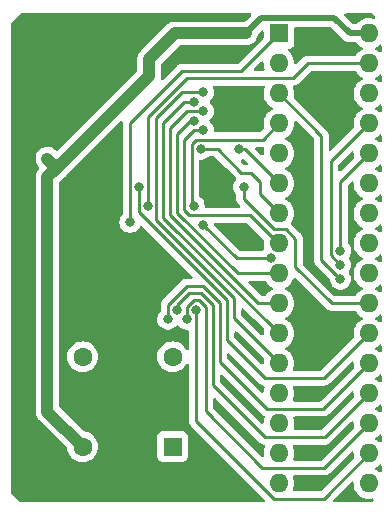
<source format=gbr>
%TF.GenerationSoftware,KiCad,Pcbnew,7.0.5*%
%TF.CreationDate,2023-06-05T13:48:53-07:00*%
%TF.ProjectId,M7700,4d373730-302e-46b6-9963-61645f706362,rev?*%
%TF.SameCoordinates,PX7bfa480PY459e440*%
%TF.FileFunction,Copper,L2,Bot*%
%TF.FilePolarity,Positive*%
%FSLAX46Y46*%
G04 Gerber Fmt 4.6, Leading zero omitted, Abs format (unit mm)*
G04 Created by KiCad (PCBNEW 7.0.5) date 2023-06-05 13:48:53*
%MOMM*%
%LPD*%
G01*
G04 APERTURE LIST*
%TA.AperFunction,ComponentPad*%
%ADD10R,1.600000X1.600000*%
%TD*%
%TA.AperFunction,ComponentPad*%
%ADD11C,1.600000*%
%TD*%
%TA.AperFunction,ComponentPad*%
%ADD12O,1.600000X1.600000*%
%TD*%
%TA.AperFunction,ViaPad*%
%ADD13C,0.800000*%
%TD*%
%TA.AperFunction,Conductor*%
%ADD14C,0.250000*%
%TD*%
%TA.AperFunction,Conductor*%
%ADD15C,1.000000*%
%TD*%
%TA.AperFunction,Conductor*%
%ADD16C,0.500000*%
%TD*%
G04 APERTURE END LIST*
D10*
%TO.P,X1,1,EN*%
%TO.N,unconnected-(X1-EN-Pad1)*%
X-9000000Y-35000000D03*
D11*
%TO.P,X1,4,GND*%
%TO.N,GND*%
X-9000000Y-27380000D03*
%TO.P,X1,5,OUT*%
%TO.N,Net-(U2-XIN)*%
X-16620000Y-27380000D03*
%TO.P,X1,8,Vcc*%
%TO.N,VCC*%
X-16620000Y-35000000D03*
%TD*%
D12*
%TO.P,U1,32,VCC*%
%TO.N,VCC*%
X7620000Y0D03*
%TO.P,U1,31,~{PGM}*%
%TO.N,/!PGM*%
X7620000Y-2540000D03*
%TO.P,U1,30*%
%TO.N,N/C*%
X7620000Y-5080000D03*
%TO.P,U1,29,A14*%
%TO.N,/A14*%
X7620000Y-7620000D03*
%TO.P,U1,28,A13*%
%TO.N,/A13*%
X7620000Y-10160000D03*
%TO.P,U1,27,A8*%
%TO.N,/A8*%
X7620000Y-12700000D03*
%TO.P,U1,26,A9*%
%TO.N,/A9*%
X7620000Y-15240000D03*
%TO.P,U1,25,A11*%
%TO.N,/A11*%
X7620000Y-17780000D03*
%TO.P,U1,24,~{OE}*%
%TO.N,/!OE*%
X7620000Y-20320000D03*
%TO.P,U1,23,A10*%
%TO.N,/A10*%
X7620000Y-22860000D03*
%TO.P,U1,22,~{CE}*%
%TO.N,/!CE*%
X7620000Y-25400000D03*
%TO.P,U1,21,D7*%
%TO.N,/D7*%
X7620000Y-27940000D03*
%TO.P,U1,20,D6*%
%TO.N,/D6*%
X7620000Y-30480000D03*
%TO.P,U1,19,D5*%
%TO.N,/D5*%
X7620000Y-33020000D03*
%TO.P,U1,18,D4*%
%TO.N,/D4*%
X7620000Y-35560000D03*
%TO.P,U1,17,D3*%
%TO.N,/D3*%
X7620000Y-38100000D03*
%TO.P,U1,16,GND*%
%TO.N,GND*%
X0Y-38100000D03*
%TO.P,U1,15,D2*%
%TO.N,/D2*%
X0Y-35560000D03*
%TO.P,U1,14,D1*%
%TO.N,/D1*%
X0Y-33020000D03*
%TO.P,U1,13,D0*%
%TO.N,/D0*%
X0Y-30480000D03*
%TO.P,U1,12,A0*%
%TO.N,/A0*%
X0Y-27940000D03*
%TO.P,U1,11,A1*%
%TO.N,/A1*%
X0Y-25400000D03*
%TO.P,U1,10,A2*%
%TO.N,/A2*%
X0Y-22860000D03*
%TO.P,U1,9,A3*%
%TO.N,/A3*%
X0Y-20320000D03*
%TO.P,U1,8,A4*%
%TO.N,/A4*%
X0Y-17780000D03*
%TO.P,U1,7,A5*%
%TO.N,/A5*%
X0Y-15240000D03*
%TO.P,U1,6,A6*%
%TO.N,/A6*%
X0Y-12700000D03*
%TO.P,U1,5,A7*%
%TO.N,/A7*%
X0Y-10160000D03*
%TO.P,U1,4,A12*%
%TO.N,/A12*%
X0Y-7620000D03*
%TO.P,U1,3,A15*%
%TO.N,/A15*%
X0Y-5080000D03*
%TO.P,U1,2,A16*%
%TO.N,unconnected-(U1-A16-Pad2)*%
X0Y-2540000D03*
D10*
%TO.P,U1,1,VPP*%
%TO.N,/VPP*%
X0Y0D03*
%TD*%
D13*
%TO.N,VCC*%
X-19600000Y-12200000D03*
X-18800000Y-11400000D03*
X-19600000Y-10600000D03*
X-11000000Y-2200000D03*
X-10200000Y-1400000D03*
%TO.N,/VPP*%
X-12600000Y-16000000D03*
%TO.N,/!PGM*%
X-11124500Y-14600000D03*
%TO.N,/A15*%
X5200000Y-20800000D03*
%TO.N,/A14*%
X5200000Y-19600000D03*
%TO.N,/A13*%
X5200000Y-18400000D03*
%TO.N,/!OE*%
X-6400000Y-16200000D03*
X-698337Y-19049810D03*
%TO.N,/A12*%
X-7200000Y-14600000D03*
%TO.N,/A0*%
X-6400000Y-5000000D03*
%TO.N,/A5*%
X-6600000Y-9800000D03*
%TO.N,/A1*%
X-7200000Y-5800000D03*
%TO.N,/A2*%
X-6400000Y-6600000D03*
%TO.N,/A3*%
X-7200000Y-7400000D03*
%TO.N,/A4*%
X-6400000Y-8200000D03*
%TO.N,/A6*%
X-3400000Y-9800000D03*
%TO.N,/A10*%
X-3000000Y-13000000D03*
%TO.N,/!CE*%
X-11849000Y-13000000D03*
%TO.N,/D7*%
X-9400000Y-24200000D03*
%TO.N,/D6*%
X-8600000Y-23400000D03*
%TO.N,/D5*%
X-7800000Y-24200000D03*
%TO.N,/D4*%
X-7000000Y-23400000D03*
%TD*%
D14*
%TO.N,/!OE*%
X-698337Y-19049810D02*
X-3550190Y-19049810D01*
X-3550190Y-19049810D02*
X-6400000Y-16200000D01*
D15*
%TO.N,VCC*%
X-19600000Y-32020000D02*
X-19600000Y-12200000D01*
X-16620000Y-35000000D02*
X-19600000Y-32020000D01*
D16*
X6000000Y0D02*
X7620000Y0D01*
X4700000Y1300000D02*
X6000000Y0D01*
X-1500000Y1300000D02*
X4700000Y1300000D01*
X-2800000Y0D02*
X-1500000Y1300000D01*
D15*
X-8800000Y0D02*
X-2800000Y0D01*
X-10200000Y-1400000D02*
X-8800000Y0D01*
X-11000000Y-2200000D02*
X-10200000Y-1400000D01*
X-11000000Y-3600000D02*
X-11000000Y-2200000D01*
X-18800000Y-11400000D02*
X-11000000Y-3600000D01*
X-18800000Y-11400000D02*
X-19600000Y-10600000D01*
X-19600000Y-12200000D02*
X-18800000Y-11400000D01*
D14*
%TO.N,/VPP*%
X-8200000Y-3200000D02*
X-3200000Y-3200000D01*
X-3200000Y-3200000D02*
X0Y0D01*
X-12600000Y-7600000D02*
X-8200000Y-3200000D01*
X-12600000Y-16000000D02*
X-12600000Y-7600000D01*
%TO.N,/!CE*%
X3820000Y-29200000D02*
X7620000Y-25400000D01*
X-4400000Y-22600000D02*
X-4400000Y-26000000D01*
X-4400000Y-26000000D02*
X-1200000Y-29200000D01*
X-1200000Y-29200000D02*
X3820000Y-29200000D01*
X-11849000Y-15151000D02*
X-4400000Y-22600000D01*
X-11849000Y-13000000D02*
X-11849000Y-15151000D01*
%TO.N,/!PGM*%
X1200000Y-3800000D02*
X2460000Y-2540000D01*
X-7800000Y-3800000D02*
X1200000Y-3800000D01*
X-11124500Y-7124500D02*
X-7800000Y-3800000D01*
X2460000Y-2540000D02*
X7620000Y-2540000D01*
X-11124500Y-14600000D02*
X-11124500Y-7124500D01*
%TO.N,/A15*%
X3600000Y-19200000D02*
X3600000Y-8680000D01*
X3600000Y-8680000D02*
X0Y-5080000D01*
X5200000Y-20800000D02*
X3600000Y-19200000D01*
%TO.N,/A14*%
X4400000Y-10840000D02*
X7620000Y-7620000D01*
X4400000Y-18800000D02*
X4400000Y-10840000D01*
X5200000Y-19600000D02*
X4400000Y-18800000D01*
%TO.N,/A13*%
X5200000Y-12580000D02*
X7620000Y-10160000D01*
X5200000Y-18400000D02*
X5200000Y-12580000D01*
%TO.N,/A4*%
X-8000000Y-9000000D02*
X-7200000Y-8200000D01*
X-7200000Y-8200000D02*
X-6400000Y-8200000D01*
X-110000Y-17780000D02*
X-2490000Y-15400000D01*
X-7600000Y-15400000D02*
X-8000000Y-15000000D01*
X-8000000Y-15000000D02*
X-8000000Y-9000000D01*
X0Y-17780000D02*
X-110000Y-17780000D01*
X-2490000Y-15400000D02*
X-7600000Y-15400000D01*
%TO.N,/A12*%
X-7000000Y-9000000D02*
X-1380000Y-9000000D01*
X-1380000Y-9000000D02*
X0Y-7620000D01*
X-7400000Y-14400000D02*
X-7400000Y-9400000D01*
X-7400000Y-9400000D02*
X-7000000Y-9000000D01*
X-7200000Y-14600000D02*
X-7400000Y-14400000D01*
%TO.N,/A5*%
X-2400000Y-11800000D02*
X-1600000Y-12600000D01*
X-5174695Y-9800000D02*
X-3174695Y-11800000D01*
X-1600000Y-13640000D02*
X0Y-15240000D01*
X-3174695Y-11800000D02*
X-2400000Y-11800000D01*
X-1600000Y-12600000D02*
X-1600000Y-13640000D01*
X-6600000Y-9800000D02*
X-5174695Y-9800000D01*
%TO.N,/A3*%
X-7500000Y-7400000D02*
X-7200000Y-7400000D01*
X-8600000Y-8500000D02*
X-7500000Y-7400000D01*
X-8600000Y-15200000D02*
X-8600000Y-8500000D01*
X-3480000Y-20320000D02*
X-8600000Y-15200000D01*
X0Y-20320000D02*
X-3480000Y-20320000D01*
%TO.N,/A2*%
X-7800000Y-6600000D02*
X-6400000Y-6600000D01*
X-9200000Y-8000000D02*
X-7800000Y-6600000D01*
X-1740000Y-22860000D02*
X-9200000Y-15400000D01*
X-9200000Y-15400000D02*
X-9200000Y-8000000D01*
X0Y-22860000D02*
X-1740000Y-22860000D01*
%TO.N,/A1*%
X-8000000Y-5800000D02*
X-7200000Y-5800000D01*
X-9800000Y-15600000D02*
X-9800000Y-7600000D01*
X0Y-25400000D02*
X-9800000Y-15600000D01*
X-9800000Y-7600000D02*
X-8000000Y-5800000D01*
%TO.N,/A0*%
X-8200000Y-5000000D02*
X-6400000Y-5000000D01*
X-10400000Y-15800000D02*
X-10400000Y-7200000D01*
X-3800000Y-22400000D02*
X-10400000Y-15800000D01*
X-3800000Y-24140000D02*
X-3800000Y-22400000D01*
X0Y-27940000D02*
X-3800000Y-24140000D01*
X-10400000Y-7200000D02*
X-8200000Y-5000000D01*
%TO.N,/D7*%
X-5000000Y-27800000D02*
X-1000000Y-31800000D01*
X-5000000Y-22800000D02*
X-5000000Y-27800000D01*
X3760000Y-31800000D02*
X7620000Y-27940000D01*
X-6400000Y-21400000D02*
X-5000000Y-22800000D01*
X-7800000Y-21400000D02*
X-6400000Y-21400000D01*
X-9400000Y-23000000D02*
X-7800000Y-21400000D01*
X-1000000Y-31800000D02*
X3760000Y-31800000D01*
X-9400000Y-24200000D02*
X-9400000Y-23000000D01*
%TO.N,/D6*%
X-1200000Y-34200000D02*
X3900000Y-34200000D01*
X3900000Y-34200000D02*
X7620000Y-30480000D01*
X-7600000Y-22000000D02*
X-6600000Y-22000000D01*
X-8600000Y-23000000D02*
X-7600000Y-22000000D01*
X-6600000Y-22000000D02*
X-5600000Y-23000000D01*
X-8600000Y-23400000D02*
X-8600000Y-23000000D01*
X-5600000Y-23000000D02*
X-5600000Y-29800000D01*
X-5600000Y-29800000D02*
X-1200000Y-34200000D01*
%TO.N,/D5*%
X3840000Y-36800000D02*
X7620000Y-33020000D01*
X-6200000Y-32000000D02*
X-1400000Y-36800000D01*
X-1400000Y-36800000D02*
X3840000Y-36800000D01*
X-7225305Y-22600000D02*
X-6774695Y-22600000D01*
X-7800000Y-23174695D02*
X-7225305Y-22600000D01*
X-6200000Y-23174695D02*
X-6200000Y-32000000D01*
X-7800000Y-24200000D02*
X-7800000Y-23174695D01*
X-6774695Y-22600000D02*
X-6200000Y-23174695D01*
%TO.N,/D4*%
X3780000Y-39400000D02*
X7620000Y-35560000D01*
X-400000Y-39400000D02*
X3780000Y-39400000D01*
X-7000000Y-32800000D02*
X-400000Y-39400000D01*
X-7000000Y-23400000D02*
X-7000000Y-32800000D01*
%TO.N,/A6*%
X-2900000Y-9800000D02*
X0Y-12700000D01*
X-3400000Y-9800000D02*
X-2900000Y-9800000D01*
%TO.N,/A10*%
X-3000000Y-14000000D02*
X-3000000Y-13000000D01*
X-400000Y-16600000D02*
X-3000000Y-14000000D01*
X600000Y-16600000D02*
X-400000Y-16600000D01*
X1400000Y-17400000D02*
X600000Y-16600000D01*
X1400000Y-19800000D02*
X1400000Y-17400000D01*
X4460000Y-22860000D02*
X1400000Y-19800000D01*
X7620000Y-22860000D02*
X4460000Y-22860000D01*
%TD*%
%TA.AperFunction,NonConductor*%
G36*
X7891206Y1679815D02*
G01*
X7911848Y1663181D01*
X8124203Y1450826D01*
X8157688Y1389503D01*
X8152704Y1319811D01*
X8110832Y1263878D01*
X8045368Y1239461D01*
X8004429Y1243370D01*
X7846697Y1285634D01*
X7846693Y1285635D01*
X7846692Y1285635D01*
X7846691Y1285636D01*
X7846686Y1285636D01*
X7620002Y1305468D01*
X7619998Y1305468D01*
X7393313Y1285636D01*
X7393302Y1285634D01*
X7173511Y1226742D01*
X7173502Y1226739D01*
X6967267Y1130569D01*
X6967265Y1130568D01*
X6780858Y1000046D01*
X6619954Y839142D01*
X6594912Y803377D01*
X6540335Y759752D01*
X6493337Y750500D01*
X6362229Y750500D01*
X6295190Y770185D01*
X6274548Y786819D01*
X5573549Y1487819D01*
X5540064Y1549142D01*
X5545048Y1618834D01*
X5586920Y1674767D01*
X5652384Y1699184D01*
X5661230Y1699500D01*
X7824167Y1699500D01*
X7891206Y1679815D01*
G37*
%TD.AperFunction*%
%TA.AperFunction,NonConductor*%
G36*
X8618832Y-942866D02*
G01*
X8674766Y-984736D01*
X8699184Y-1050200D01*
X8699500Y-1059048D01*
X8699500Y-1480951D01*
X8679815Y-1547990D01*
X8627011Y-1593745D01*
X8557853Y-1603689D01*
X8494297Y-1574664D01*
X8487819Y-1568632D01*
X8459141Y-1539954D01*
X8272734Y-1409432D01*
X8272728Y-1409429D01*
X8214725Y-1382382D01*
X8162285Y-1336210D01*
X8143133Y-1269017D01*
X8163348Y-1202135D01*
X8214725Y-1157618D01*
X8272734Y-1130568D01*
X8459139Y-1000047D01*
X8487819Y-971366D01*
X8549140Y-937882D01*
X8618832Y-942866D01*
G37*
%TD.AperFunction*%
%TA.AperFunction,NonConductor*%
G36*
X4404809Y529815D02*
G01*
X4425451Y513181D01*
X5424267Y-485634D01*
X5436048Y-499266D01*
X5450390Y-518530D01*
X5490420Y-552119D01*
X5494392Y-555759D01*
X5497312Y-558679D01*
X5500221Y-561589D01*
X5525250Y-581379D01*
X5526646Y-582517D01*
X5584786Y-631302D01*
X5584787Y-631302D01*
X5584789Y-631304D01*
X5590818Y-635270D01*
X5590785Y-635319D01*
X5597143Y-639369D01*
X5597175Y-639319D01*
X5603317Y-643107D01*
X5603319Y-643108D01*
X5603323Y-643111D01*
X5672132Y-675197D01*
X5673754Y-675983D01*
X5741567Y-710040D01*
X5741569Y-710040D01*
X5748361Y-712513D01*
X5748340Y-712570D01*
X5755455Y-715043D01*
X5755475Y-714986D01*
X5762324Y-717256D01*
X5762327Y-717256D01*
X5762328Y-717257D01*
X5836705Y-732613D01*
X5838414Y-732993D01*
X5862415Y-738681D01*
X5912273Y-750499D01*
X5912276Y-750499D01*
X5912279Y-750500D01*
X5912282Y-750500D01*
X5919452Y-751338D01*
X5919444Y-751397D01*
X5926945Y-752164D01*
X5926951Y-752105D01*
X5934140Y-752734D01*
X5934144Y-752733D01*
X5934145Y-752734D01*
X5962230Y-751916D01*
X6010033Y-750526D01*
X6011836Y-750500D01*
X6493337Y-750500D01*
X6560376Y-770185D01*
X6594912Y-803377D01*
X6619954Y-839141D01*
X6780858Y-1000045D01*
X6780861Y-1000047D01*
X6967266Y-1130568D01*
X7025275Y-1157618D01*
X7077714Y-1203791D01*
X7096866Y-1270984D01*
X7076650Y-1337865D01*
X7025275Y-1382382D01*
X6967267Y-1409431D01*
X6967265Y-1409432D01*
X6780858Y-1539954D01*
X6619954Y-1700858D01*
X6507387Y-1861623D01*
X6452811Y-1905248D01*
X6405812Y-1914500D01*
X2542738Y-1914500D01*
X2527121Y-1912776D01*
X2527094Y-1913062D01*
X2519332Y-1912327D01*
X2451172Y-1914469D01*
X2449225Y-1914500D01*
X2420650Y-1914500D01*
X2419929Y-1914590D01*
X2413757Y-1915369D01*
X2407945Y-1915826D01*
X2361373Y-1917290D01*
X2361372Y-1917290D01*
X2342129Y-1922881D01*
X2323079Y-1926825D01*
X2303211Y-1929334D01*
X2259884Y-1946488D01*
X2254358Y-1948379D01*
X2209614Y-1961379D01*
X2209610Y-1961381D01*
X2192366Y-1971579D01*
X2174905Y-1980133D01*
X2156274Y-1987510D01*
X2156262Y-1987517D01*
X2118570Y-2014902D01*
X2113687Y-2018109D01*
X2073580Y-2041829D01*
X2059414Y-2055995D01*
X2044624Y-2068627D01*
X2028414Y-2080404D01*
X2028411Y-2080407D01*
X1998710Y-2116309D01*
X1994777Y-2120631D01*
X1515217Y-2600190D01*
X1453894Y-2633675D01*
X1384202Y-2628691D01*
X1328269Y-2586819D01*
X1304008Y-2523316D01*
X1299890Y-2476243D01*
X1285635Y-2313308D01*
X1226739Y-2093504D01*
X1130568Y-1887266D01*
X1000047Y-1700861D01*
X1000045Y-1700858D01*
X839143Y-1539956D01*
X814536Y-1522726D01*
X770912Y-1468149D01*
X763719Y-1398650D01*
X795241Y-1336296D01*
X855471Y-1300882D01*
X872404Y-1297861D01*
X907483Y-1294091D01*
X1042331Y-1243796D01*
X1157546Y-1157546D01*
X1243796Y-1042331D01*
X1294091Y-907483D01*
X1300500Y-847873D01*
X1300499Y425501D01*
X1320184Y492539D01*
X1372987Y538294D01*
X1424499Y549500D01*
X4337770Y549500D01*
X4404809Y529815D01*
G37*
%TD.AperFunction*%
%TA.AperFunction,NonConductor*%
G36*
X-1381805Y-2368907D02*
G01*
X-1325871Y-2410778D01*
X-1301454Y-2476243D01*
X-1301610Y-2495895D01*
X-1305468Y-2539996D01*
X-1305468Y-2540001D01*
X-1285636Y-2766686D01*
X-1285634Y-2766697D01*
X-1226742Y-2986488D01*
X-1226739Y-2986497D01*
X-1221330Y-2998095D01*
X-1210838Y-3067172D01*
X-1239357Y-3130956D01*
X-1297834Y-3169196D01*
X-1333712Y-3174500D01*
X-1990548Y-3174500D01*
X-2057587Y-3154815D01*
X-2103342Y-3102011D01*
X-2113286Y-3032853D01*
X-2084261Y-2969297D01*
X-2078229Y-2962819D01*
X-1817239Y-2701829D01*
X-1512817Y-2397406D01*
X-1451496Y-2363923D01*
X-1381805Y-2368907D01*
G37*
%TD.AperFunction*%
%TA.AperFunction,NonConductor*%
G36*
X-1381166Y254954D02*
G01*
X-1325233Y213082D01*
X-1300816Y147618D01*
X-1300500Y138772D01*
X-1300501Y-364546D01*
X-1320186Y-431586D01*
X-1336820Y-452227D01*
X-3422772Y-2538181D01*
X-3484095Y-2571666D01*
X-3510453Y-2574500D01*
X-8117257Y-2574500D01*
X-8132878Y-2572775D01*
X-8132905Y-2573061D01*
X-8140667Y-2572326D01*
X-8208860Y-2574469D01*
X-8210807Y-2574500D01*
X-8239351Y-2574500D01*
X-8246222Y-2575367D01*
X-8252041Y-2575825D01*
X-8298626Y-2577289D01*
X-8298632Y-2577290D01*
X-8317874Y-2582880D01*
X-8336913Y-2586823D01*
X-8356783Y-2589334D01*
X-8356797Y-2589337D01*
X-8400117Y-2606488D01*
X-8405642Y-2608380D01*
X-8450387Y-2621380D01*
X-8450390Y-2621381D01*
X-8467634Y-2631579D01*
X-8485095Y-2640133D01*
X-8503726Y-2647510D01*
X-8503738Y-2647517D01*
X-8541430Y-2674902D01*
X-8546313Y-2678109D01*
X-8586420Y-2701829D01*
X-8600586Y-2715995D01*
X-8615376Y-2728627D01*
X-8631586Y-2740404D01*
X-8631589Y-2740407D01*
X-8661290Y-2776309D01*
X-8665223Y-2780631D01*
X-9810999Y-3926407D01*
X-9872322Y-3959892D01*
X-9942014Y-3954908D01*
X-9997947Y-3913036D01*
X-10022364Y-3847572D01*
X-10017894Y-3804610D01*
X-10010113Y-3777418D01*
X-10007505Y-3743160D01*
X-10006413Y-3735376D01*
X-9999500Y-3701739D01*
X-9999500Y-3640401D01*
X-9999321Y-3635692D01*
X-9994663Y-3574524D01*
X-9994663Y-3574523D01*
X-9999005Y-3540429D01*
X-9999501Y-3532618D01*
X-9999501Y-2665780D01*
X-9979816Y-2598742D01*
X-9963187Y-2578105D01*
X-9574691Y-2189610D01*
X-9574686Y-2189606D01*
X-9564483Y-2179402D01*
X-9564481Y-2179402D01*
X-8421899Y-1036818D01*
X-8360576Y-1003334D01*
X-8334218Y-1000500D01*
X-2749257Y-1000500D01*
X-2597561Y-985074D01*
X-2403421Y-924162D01*
X-2403420Y-924161D01*
X-2403412Y-924159D01*
X-2225498Y-825409D01*
X-2071105Y-692866D01*
X-1946552Y-531958D01*
X-1856940Y-349271D01*
X-1805937Y-152285D01*
X-1803815Y-110420D01*
X-1780761Y-44465D01*
X-1767661Y-29027D01*
X-1512180Y226454D01*
X-1450858Y259938D01*
X-1381166Y254954D01*
G37*
%TD.AperFunction*%
%TA.AperFunction,NonConductor*%
G36*
X8618832Y-3482866D02*
G01*
X8674766Y-3524736D01*
X8699184Y-3590200D01*
X8699500Y-3599048D01*
X8699500Y-4020951D01*
X8679815Y-4087990D01*
X8627011Y-4133745D01*
X8557853Y-4143689D01*
X8494297Y-4114664D01*
X8487819Y-4108632D01*
X8459141Y-4079954D01*
X8272734Y-3949432D01*
X8272728Y-3949429D01*
X8214725Y-3922382D01*
X8162285Y-3876210D01*
X8143133Y-3809017D01*
X8163348Y-3742135D01*
X8214725Y-3697618D01*
X8272734Y-3670568D01*
X8459139Y-3540047D01*
X8487819Y-3511366D01*
X8549140Y-3477882D01*
X8618832Y-3482866D01*
G37*
%TD.AperFunction*%
%TA.AperFunction,NonConductor*%
G36*
X8618834Y-6022867D02*
G01*
X8674767Y-6064739D01*
X8699184Y-6130203D01*
X8699500Y-6139049D01*
X8699500Y-6560951D01*
X8679815Y-6627990D01*
X8627011Y-6673745D01*
X8557853Y-6683689D01*
X8494297Y-6654664D01*
X8487819Y-6648632D01*
X8459141Y-6619954D01*
X8272734Y-6489432D01*
X8272728Y-6489429D01*
X8214725Y-6462382D01*
X8162285Y-6416210D01*
X8143133Y-6349017D01*
X8163348Y-6282135D01*
X8214725Y-6237618D01*
X8227384Y-6231715D01*
X8272734Y-6210568D01*
X8459139Y-6080047D01*
X8471402Y-6067784D01*
X8487819Y-6051368D01*
X8549142Y-6017883D01*
X8618834Y-6022867D01*
G37*
%TD.AperFunction*%
%TA.AperFunction,NonConductor*%
G36*
X-1257347Y-4445185D02*
G01*
X-1211592Y-4497989D01*
X-1201648Y-4567147D01*
X-1212004Y-4601905D01*
X-1226738Y-4633502D01*
X-1226742Y-4633511D01*
X-1285634Y-4853302D01*
X-1285636Y-4853313D01*
X-1305468Y-5079998D01*
X-1305468Y-5080001D01*
X-1285636Y-5306686D01*
X-1285634Y-5306697D01*
X-1226742Y-5526488D01*
X-1226739Y-5526497D01*
X-1130569Y-5732732D01*
X-1130568Y-5732734D01*
X-1000046Y-5919141D01*
X-839142Y-6080045D01*
X-839139Y-6080047D01*
X-652734Y-6210568D01*
X-607384Y-6231715D01*
X-594725Y-6237618D01*
X-542286Y-6283791D01*
X-523134Y-6350984D01*
X-543350Y-6417865D01*
X-594725Y-6462382D01*
X-652733Y-6489431D01*
X-652735Y-6489432D01*
X-839142Y-6619954D01*
X-1000046Y-6780858D01*
X-1130568Y-6967265D01*
X-1130569Y-6967267D01*
X-1226739Y-7173502D01*
X-1226742Y-7173511D01*
X-1285634Y-7393302D01*
X-1285636Y-7393313D01*
X-1301986Y-7580195D01*
X-1305468Y-7620000D01*
X-1285636Y-7846686D01*
X-1285635Y-7846691D01*
X-1285634Y-7846697D01*
X-1267320Y-7915048D01*
X-1268983Y-7984897D01*
X-1299414Y-8034821D01*
X-1602774Y-8338182D01*
X-1664095Y-8371666D01*
X-1690453Y-8374500D01*
X-5375165Y-8374500D01*
X-5442204Y-8354815D01*
X-5487959Y-8302011D01*
X-5498486Y-8237540D01*
X-5494540Y-8200000D01*
X-5514326Y-8011744D01*
X-5572821Y-7831716D01*
X-5667467Y-7667784D01*
X-5794129Y-7527112D01*
X-5802568Y-7520981D01*
X-5831008Y-7500318D01*
X-5873674Y-7444989D01*
X-5879653Y-7375375D01*
X-5847048Y-7313580D01*
X-5831008Y-7299682D01*
X-5802630Y-7279064D01*
X-5794129Y-7272888D01*
X-5667467Y-7132216D01*
X-5572821Y-6968284D01*
X-5514326Y-6788256D01*
X-5494540Y-6600000D01*
X-5514326Y-6411744D01*
X-5572821Y-6231716D01*
X-5667467Y-6067784D01*
X-5794129Y-5927112D01*
X-5831009Y-5900317D01*
X-5873674Y-5844989D01*
X-5879653Y-5775375D01*
X-5847048Y-5713580D01*
X-5831008Y-5699682D01*
X-5794129Y-5672888D01*
X-5667467Y-5532216D01*
X-5572821Y-5368284D01*
X-5514326Y-5188256D01*
X-5494540Y-5000000D01*
X-5514326Y-4811744D01*
X-5572821Y-4631716D01*
X-5584494Y-4611499D01*
X-5600966Y-4543600D01*
X-5578113Y-4477573D01*
X-5523192Y-4434382D01*
X-5477106Y-4425500D01*
X-1324386Y-4425500D01*
X-1257347Y-4445185D01*
G37*
%TD.AperFunction*%
%TA.AperFunction,NonConductor*%
G36*
X8618834Y-8562867D02*
G01*
X8674767Y-8604739D01*
X8699184Y-8670203D01*
X8699500Y-8679049D01*
X8699500Y-9100951D01*
X8679815Y-9167990D01*
X8627011Y-9213745D01*
X8557853Y-9223689D01*
X8494297Y-9194664D01*
X8487819Y-9188632D01*
X8459141Y-9159954D01*
X8272734Y-9029432D01*
X8272728Y-9029429D01*
X8214725Y-9002382D01*
X8162285Y-8956210D01*
X8143133Y-8889017D01*
X8163348Y-8822135D01*
X8214725Y-8777618D01*
X8272734Y-8750568D01*
X8459139Y-8620047D01*
X8459140Y-8620045D01*
X8487819Y-8591368D01*
X8549142Y-8557883D01*
X8618834Y-8562867D01*
G37*
%TD.AperFunction*%
%TA.AperFunction,NonConductor*%
G36*
X6472851Y-3185185D02*
G01*
X6507387Y-3218377D01*
X6619954Y-3379141D01*
X6780858Y-3540045D01*
X6780861Y-3540047D01*
X6967266Y-3670568D01*
X7025275Y-3697618D01*
X7077714Y-3743791D01*
X7096866Y-3810984D01*
X7076650Y-3877865D01*
X7025275Y-3922382D01*
X6967267Y-3949431D01*
X6967265Y-3949432D01*
X6780858Y-4079954D01*
X6619954Y-4240858D01*
X6489432Y-4427265D01*
X6489431Y-4427267D01*
X6393261Y-4633502D01*
X6393258Y-4633511D01*
X6334366Y-4853302D01*
X6334364Y-4853313D01*
X6314532Y-5079998D01*
X6314532Y-5080001D01*
X6334364Y-5306686D01*
X6334366Y-5306697D01*
X6393258Y-5526488D01*
X6393261Y-5526497D01*
X6489431Y-5732732D01*
X6489432Y-5732734D01*
X6619954Y-5919141D01*
X6780858Y-6080045D01*
X6780861Y-6080047D01*
X6967266Y-6210568D01*
X7012616Y-6231715D01*
X7025275Y-6237618D01*
X7077714Y-6283791D01*
X7096866Y-6350984D01*
X7076650Y-6417865D01*
X7025275Y-6462382D01*
X6967267Y-6489431D01*
X6967265Y-6489432D01*
X6780858Y-6619954D01*
X6619954Y-6780858D01*
X6489432Y-6967265D01*
X6489431Y-6967267D01*
X6393261Y-7173502D01*
X6393258Y-7173511D01*
X6334366Y-7393302D01*
X6334364Y-7393313D01*
X6318014Y-7580195D01*
X6314532Y-7620000D01*
X6334364Y-7846686D01*
X6334365Y-7846691D01*
X6334366Y-7846697D01*
X6352680Y-7915048D01*
X6351017Y-7984897D01*
X6320586Y-8034821D01*
X4437181Y-9918227D01*
X4375858Y-9951712D01*
X4306166Y-9946728D01*
X4250233Y-9904856D01*
X4225816Y-9839392D01*
X4225500Y-9830546D01*
X4225500Y-8762742D01*
X4227224Y-8747122D01*
X4226939Y-8747096D01*
X4227673Y-8739333D01*
X4225531Y-8671152D01*
X4225500Y-8669205D01*
X4225500Y-8640654D01*
X4225500Y-8640650D01*
X4224631Y-8633772D01*
X4224172Y-8627943D01*
X4222709Y-8581372D01*
X4217122Y-8562144D01*
X4213174Y-8543084D01*
X4210663Y-8523204D01*
X4193512Y-8479887D01*
X4191619Y-8474358D01*
X4178618Y-8429609D01*
X4178616Y-8429606D01*
X4168423Y-8412371D01*
X4159861Y-8394894D01*
X4152487Y-8376270D01*
X4149142Y-8371666D01*
X4125079Y-8338545D01*
X4121888Y-8333686D01*
X4098172Y-8293583D01*
X4098165Y-8293574D01*
X4084006Y-8279415D01*
X4071368Y-8264619D01*
X4059594Y-8248413D01*
X4046448Y-8237538D01*
X4023688Y-8218709D01*
X4019376Y-8214786D01*
X1299413Y-5494822D01*
X1265928Y-5433499D01*
X1267319Y-5375048D01*
X1269133Y-5368277D01*
X1285635Y-5306692D01*
X1305468Y-5080000D01*
X1285635Y-4853308D01*
X1226739Y-4633504D01*
X1209690Y-4596944D01*
X1199199Y-4527867D01*
X1227719Y-4464083D01*
X1286195Y-4425844D01*
X1293949Y-4424067D01*
X1298621Y-4422709D01*
X1298627Y-4422709D01*
X1317869Y-4417117D01*
X1336912Y-4413174D01*
X1356792Y-4410664D01*
X1400122Y-4393507D01*
X1405646Y-4391617D01*
X1409396Y-4390527D01*
X1450390Y-4378618D01*
X1467629Y-4368422D01*
X1485103Y-4359862D01*
X1503727Y-4352488D01*
X1503727Y-4352487D01*
X1503732Y-4352486D01*
X1541449Y-4325082D01*
X1546305Y-4321892D01*
X1586420Y-4298170D01*
X1600589Y-4283999D01*
X1615379Y-4271368D01*
X1631587Y-4259594D01*
X1661299Y-4223676D01*
X1665212Y-4219376D01*
X2682771Y-3201819D01*
X2744095Y-3168334D01*
X2770453Y-3165500D01*
X6405812Y-3165500D01*
X6472851Y-3185185D01*
G37*
%TD.AperFunction*%
%TA.AperFunction,NonConductor*%
G36*
X-1447123Y-9627224D02*
G01*
X-1447096Y-9626939D01*
X-1439334Y-9627673D01*
X-1439334Y-9627672D01*
X-1439333Y-9627673D01*
X-1436001Y-9627568D01*
X-1371153Y-9625531D01*
X-1369206Y-9625500D01*
X-1364759Y-9625500D01*
X-1297720Y-9645185D01*
X-1251965Y-9697989D01*
X-1242021Y-9767147D01*
X-1244984Y-9781593D01*
X-1285634Y-9933302D01*
X-1285636Y-9933313D01*
X-1305468Y-10159998D01*
X-1305468Y-10160002D01*
X-1301610Y-10204102D01*
X-1315377Y-10272602D01*
X-1363992Y-10322785D01*
X-1432021Y-10338718D01*
X-1497865Y-10315342D01*
X-1512819Y-10302590D01*
X-1978228Y-9837181D01*
X-2011713Y-9775858D01*
X-2006729Y-9706166D01*
X-1964857Y-9650233D01*
X-1899393Y-9625816D01*
X-1890547Y-9625500D01*
X-1462743Y-9625500D01*
X-1447123Y-9627224D01*
G37*
%TD.AperFunction*%
%TA.AperFunction,NonConductor*%
G36*
X-2929389Y-10655536D02*
G01*
X-2923798Y-10660792D01*
X-2621772Y-10962819D01*
X-2588287Y-11024142D01*
X-2593271Y-11093834D01*
X-2635143Y-11149767D01*
X-2700607Y-11174184D01*
X-2709453Y-11174500D01*
X-2864242Y-11174500D01*
X-2931281Y-11154815D01*
X-2951923Y-11138181D01*
X-3213347Y-10876757D01*
X-3246832Y-10815434D01*
X-3241848Y-10745742D01*
X-3199976Y-10689809D01*
X-3151449Y-10667786D01*
X-3120197Y-10661144D01*
X-3061914Y-10635193D01*
X-2992666Y-10625908D01*
X-2929389Y-10655536D01*
G37*
%TD.AperFunction*%
%TA.AperFunction,NonConductor*%
G36*
X6238196Y-9988906D02*
G01*
X6294129Y-10030778D01*
X6318546Y-10096242D01*
X6318390Y-10115894D01*
X6314532Y-10159996D01*
X6314532Y-10160000D01*
X6334364Y-10386686D01*
X6334365Y-10386691D01*
X6334366Y-10386697D01*
X6352680Y-10455048D01*
X6351017Y-10524897D01*
X6320586Y-10574821D01*
X5237181Y-11658227D01*
X5175858Y-11691712D01*
X5106166Y-11686728D01*
X5050233Y-11644856D01*
X5025816Y-11579392D01*
X5025500Y-11570546D01*
X5025500Y-11150451D01*
X5045185Y-11083412D01*
X5061814Y-11062775D01*
X6107183Y-10017405D01*
X6168504Y-9983922D01*
X6238196Y-9988906D01*
G37*
%TD.AperFunction*%
%TA.AperFunction,NonConductor*%
G36*
X8618834Y-11102867D02*
G01*
X8674767Y-11144739D01*
X8699184Y-11210203D01*
X8699500Y-11219049D01*
X8699500Y-11640951D01*
X8679815Y-11707990D01*
X8627011Y-11753745D01*
X8557853Y-11763689D01*
X8494297Y-11734664D01*
X8487819Y-11728632D01*
X8459141Y-11699954D01*
X8272734Y-11569432D01*
X8272728Y-11569429D01*
X8220213Y-11544941D01*
X8214724Y-11542381D01*
X8162285Y-11496210D01*
X8143133Y-11429017D01*
X8163348Y-11362135D01*
X8214725Y-11317618D01*
X8226374Y-11312186D01*
X8272734Y-11290568D01*
X8459139Y-11160047D01*
X8469419Y-11149767D01*
X8487819Y-11131368D01*
X8549142Y-11097883D01*
X8618834Y-11102867D01*
G37*
%TD.AperFunction*%
%TA.AperFunction,NonConductor*%
G36*
X8618834Y-13642867D02*
G01*
X8674767Y-13684739D01*
X8699184Y-13750203D01*
X8699500Y-13759049D01*
X8699500Y-14180951D01*
X8679815Y-14247990D01*
X8627011Y-14293745D01*
X8557853Y-14303689D01*
X8494297Y-14274664D01*
X8487819Y-14268632D01*
X8459141Y-14239954D01*
X8272734Y-14109432D01*
X8272728Y-14109429D01*
X8214725Y-14082382D01*
X8162285Y-14036210D01*
X8143133Y-13969017D01*
X8163348Y-13902135D01*
X8214725Y-13857618D01*
X8272734Y-13830568D01*
X8459139Y-13700047D01*
X8470056Y-13689130D01*
X8487819Y-13671368D01*
X8549142Y-13637883D01*
X8618834Y-13642867D01*
G37*
%TD.AperFunction*%
%TA.AperFunction,NonConductor*%
G36*
X-5418108Y-10445185D02*
G01*
X-5397467Y-10461818D01*
X-4497151Y-11362135D01*
X-3675498Y-12183788D01*
X-3665673Y-12196051D01*
X-3665452Y-12195869D01*
X-3660485Y-12201874D01*
X-3658311Y-12203915D01*
X-3657122Y-12205938D01*
X-3655507Y-12207891D01*
X-3655822Y-12208151D01*
X-3622916Y-12264156D01*
X-3625708Y-12333970D01*
X-3651043Y-12377280D01*
X-3732536Y-12467787D01*
X-3827179Y-12631715D01*
X-3827182Y-12631722D01*
X-3882758Y-12802770D01*
X-3885674Y-12811744D01*
X-3905460Y-13000000D01*
X-3885674Y-13188256D01*
X-3885673Y-13188259D01*
X-3827182Y-13368277D01*
X-3827179Y-13368284D01*
X-3732533Y-13532216D01*
X-3697661Y-13570945D01*
X-3657350Y-13615715D01*
X-3627120Y-13678706D01*
X-3625500Y-13698687D01*
X-3625500Y-13917255D01*
X-3627225Y-13932872D01*
X-3626939Y-13932899D01*
X-3627673Y-13940662D01*
X-3625531Y-14008846D01*
X-3625500Y-14010793D01*
X-3625500Y-14039343D01*
X-3625499Y-14039360D01*
X-3624632Y-14046231D01*
X-3624174Y-14052050D01*
X-3622710Y-14098624D01*
X-3622709Y-14098627D01*
X-3617120Y-14117867D01*
X-3613176Y-14136911D01*
X-3610664Y-14156791D01*
X-3593510Y-14200119D01*
X-3591618Y-14205647D01*
X-3578619Y-14250388D01*
X-3568420Y-14267634D01*
X-3559862Y-14285103D01*
X-3552486Y-14303732D01*
X-3525102Y-14341423D01*
X-3521894Y-14346307D01*
X-3498173Y-14386416D01*
X-3498167Y-14386424D01*
X-3484010Y-14400580D01*
X-3471372Y-14415376D01*
X-3459595Y-14431586D01*
X-3459594Y-14431587D01*
X-3423691Y-14461288D01*
X-3419380Y-14465210D01*
X-3370258Y-14514332D01*
X-3321771Y-14562819D01*
X-3288286Y-14624142D01*
X-3293270Y-14693834D01*
X-3335142Y-14749767D01*
X-3400606Y-14774184D01*
X-3409452Y-14774500D01*
X-6175165Y-14774500D01*
X-6242204Y-14754815D01*
X-6287959Y-14702011D01*
X-6298486Y-14637540D01*
X-6294540Y-14600000D01*
X-6314326Y-14411744D01*
X-6372821Y-14231716D01*
X-6467467Y-14067784D01*
X-6594129Y-13927112D01*
X-6609379Y-13916032D01*
X-6723386Y-13833201D01*
X-6766052Y-13777871D01*
X-6774501Y-13732883D01*
X-6774500Y-10824500D01*
X-6754815Y-10757461D01*
X-6702011Y-10711706D01*
X-6650500Y-10700500D01*
X-6505356Y-10700500D01*
X-6505354Y-10700500D01*
X-6320197Y-10661144D01*
X-6147270Y-10584151D01*
X-5994129Y-10472888D01*
X-5991212Y-10469647D01*
X-5988400Y-10466526D01*
X-5928913Y-10429879D01*
X-5896252Y-10425500D01*
X-5485147Y-10425500D01*
X-5418108Y-10445185D01*
G37*
%TD.AperFunction*%
%TA.AperFunction,NonConductor*%
G36*
X8618832Y-16182866D02*
G01*
X8674766Y-16224736D01*
X8699184Y-16290200D01*
X8699500Y-16299048D01*
X8699500Y-16720951D01*
X8679815Y-16787990D01*
X8627011Y-16833745D01*
X8557853Y-16843689D01*
X8494297Y-16814664D01*
X8487819Y-16808632D01*
X8459141Y-16779954D01*
X8272734Y-16649432D01*
X8272728Y-16649429D01*
X8214725Y-16622382D01*
X8162285Y-16576210D01*
X8143133Y-16509017D01*
X8163348Y-16442135D01*
X8214725Y-16397618D01*
X8272734Y-16370568D01*
X8459139Y-16240047D01*
X8487819Y-16211366D01*
X8549140Y-16177882D01*
X8618832Y-16182866D01*
G37*
%TD.AperFunction*%
%TA.AperFunction,NonConductor*%
G36*
X-2733413Y-16045185D02*
G01*
X-2712771Y-16061819D01*
X-1321345Y-17453245D01*
X-1287860Y-17514568D01*
X-1285498Y-17551733D01*
X-1305468Y-17779997D01*
X-1305468Y-17780001D01*
X-1285636Y-18006686D01*
X-1285634Y-18006697D01*
X-1227682Y-18222978D01*
X-1229345Y-18292828D01*
X-1268508Y-18350690D01*
X-1274570Y-18355388D01*
X-1304209Y-18376922D01*
X-1304211Y-18376924D01*
X-1309937Y-18383284D01*
X-1369424Y-18419931D01*
X-1402085Y-18424310D01*
X-3239738Y-18424310D01*
X-3306777Y-18404625D01*
X-3327419Y-18387991D01*
X-4381908Y-17333502D01*
X-5461042Y-16254367D01*
X-5494525Y-16193047D01*
X-5496678Y-16179660D01*
X-5498486Y-16162456D01*
X-5485914Y-16093728D01*
X-5438181Y-16042706D01*
X-5375165Y-16025500D01*
X-2800452Y-16025500D01*
X-2733413Y-16045185D01*
G37*
%TD.AperFunction*%
%TA.AperFunction,NonConductor*%
G36*
X8618832Y-18722866D02*
G01*
X8674766Y-18764736D01*
X8699184Y-18830200D01*
X8699500Y-18839048D01*
X8699500Y-19260951D01*
X8679815Y-19327990D01*
X8627011Y-19373745D01*
X8557853Y-19383689D01*
X8494297Y-19354664D01*
X8487819Y-19348632D01*
X8459141Y-19319954D01*
X8272734Y-19189432D01*
X8272728Y-19189429D01*
X8214725Y-19162382D01*
X8162285Y-19116210D01*
X8143133Y-19049017D01*
X8163348Y-18982135D01*
X8214725Y-18937618D01*
X8272734Y-18910568D01*
X8459139Y-18780047D01*
X8487819Y-18751366D01*
X8549140Y-18717882D01*
X8618832Y-18722866D01*
G37*
%TD.AperFunction*%
%TA.AperFunction,NonConductor*%
G36*
X8618832Y-21262866D02*
G01*
X8674766Y-21304736D01*
X8699184Y-21370200D01*
X8699500Y-21379048D01*
X8699500Y-21800951D01*
X8679815Y-21867990D01*
X8627011Y-21913745D01*
X8557853Y-21923689D01*
X8494297Y-21894664D01*
X8487819Y-21888632D01*
X8459141Y-21859954D01*
X8272734Y-21729432D01*
X8272728Y-21729429D01*
X8214725Y-21702382D01*
X8162285Y-21656210D01*
X8143133Y-21589017D01*
X8163348Y-21522135D01*
X8214725Y-21477618D01*
X8272734Y-21450568D01*
X8459139Y-21320047D01*
X8487819Y-21291366D01*
X8549140Y-21257882D01*
X8618832Y-21262866D01*
G37*
%TD.AperFunction*%
%TA.AperFunction,NonConductor*%
G36*
X1497862Y-7464655D02*
G01*
X1512818Y-7477408D01*
X2938181Y-8902771D01*
X2971666Y-8964094D01*
X2974500Y-8990452D01*
X2974500Y-19117255D01*
X2972775Y-19132872D01*
X2973061Y-19132899D01*
X2972326Y-19140666D01*
X2974469Y-19208846D01*
X2974500Y-19210793D01*
X2974500Y-19239343D01*
X2974501Y-19239360D01*
X2975368Y-19246231D01*
X2975826Y-19252050D01*
X2977290Y-19298624D01*
X2977291Y-19298627D01*
X2982880Y-19317867D01*
X2986824Y-19336911D01*
X2989067Y-19354664D01*
X2989336Y-19356791D01*
X3006490Y-19400119D01*
X3008382Y-19405647D01*
X3021381Y-19450388D01*
X3031580Y-19467634D01*
X3040136Y-19485100D01*
X3047514Y-19503732D01*
X3074524Y-19540909D01*
X3074898Y-19541423D01*
X3078106Y-19546307D01*
X3101827Y-19586416D01*
X3101833Y-19586424D01*
X3115990Y-19600580D01*
X3128628Y-19615376D01*
X3140405Y-19631586D01*
X3140406Y-19631587D01*
X3176309Y-19661288D01*
X3180620Y-19665210D01*
X3722831Y-20207421D01*
X4261038Y-20745628D01*
X4294523Y-20806951D01*
X4296678Y-20820347D01*
X4299534Y-20847517D01*
X4314326Y-20988256D01*
X4314327Y-20988259D01*
X4372818Y-21168277D01*
X4372821Y-21168284D01*
X4467467Y-21332216D01*
X4509635Y-21379048D01*
X4594129Y-21472888D01*
X4747265Y-21584148D01*
X4747270Y-21584151D01*
X4920192Y-21661142D01*
X4920197Y-21661144D01*
X5105354Y-21700500D01*
X5105355Y-21700500D01*
X5294644Y-21700500D01*
X5294646Y-21700500D01*
X5479803Y-21661144D01*
X5652730Y-21584151D01*
X5805871Y-21472888D01*
X5932533Y-21332216D01*
X6027179Y-21168284D01*
X6085674Y-20988256D01*
X6105460Y-20800000D01*
X6085674Y-20611744D01*
X6027179Y-20431716D01*
X5971539Y-20335345D01*
X5929284Y-20262156D01*
X5931929Y-20260628D01*
X5912779Y-20207421D01*
X5928417Y-20139323D01*
X5929344Y-20137879D01*
X5929284Y-20137844D01*
X5954994Y-20093313D01*
X6027179Y-19968284D01*
X6085674Y-19788256D01*
X6105460Y-19600000D01*
X6085674Y-19411744D01*
X6027179Y-19231716D01*
X5932533Y-19067784D01*
X5929284Y-19062156D01*
X5931929Y-19060628D01*
X5912779Y-19007421D01*
X5928417Y-18939323D01*
X5929344Y-18937879D01*
X5929284Y-18937844D01*
X5986323Y-18839048D01*
X6027179Y-18768284D01*
X6085674Y-18588256D01*
X6105460Y-18400000D01*
X6085674Y-18211744D01*
X6027179Y-18031716D01*
X5932533Y-17867784D01*
X5857350Y-17784284D01*
X5827120Y-17721292D01*
X5825500Y-17701312D01*
X5825500Y-12890451D01*
X5845185Y-12823412D01*
X5861815Y-12802774D01*
X6107182Y-12557407D01*
X6168504Y-12523923D01*
X6238196Y-12528907D01*
X6294129Y-12570779D01*
X6318546Y-12636243D01*
X6318390Y-12655895D01*
X6314532Y-12699996D01*
X6314532Y-12700001D01*
X6334364Y-12926686D01*
X6334366Y-12926697D01*
X6393258Y-13146488D01*
X6393261Y-13146497D01*
X6489431Y-13352732D01*
X6489432Y-13352734D01*
X6619954Y-13539141D01*
X6780858Y-13700045D01*
X6780861Y-13700047D01*
X6967266Y-13830568D01*
X7025275Y-13857618D01*
X7077714Y-13903791D01*
X7096866Y-13970984D01*
X7076650Y-14037865D01*
X7025275Y-14082382D01*
X6967267Y-14109431D01*
X6967265Y-14109432D01*
X6780858Y-14239954D01*
X6619954Y-14400858D01*
X6489432Y-14587265D01*
X6489431Y-14587267D01*
X6393261Y-14793502D01*
X6393258Y-14793511D01*
X6334366Y-15013302D01*
X6334364Y-15013313D01*
X6314532Y-15239998D01*
X6314532Y-15240001D01*
X6334364Y-15466686D01*
X6334366Y-15466697D01*
X6393258Y-15686488D01*
X6393261Y-15686497D01*
X6489431Y-15892732D01*
X6489432Y-15892734D01*
X6619954Y-16079141D01*
X6780858Y-16240045D01*
X6827693Y-16272839D01*
X6967266Y-16370568D01*
X7025275Y-16397618D01*
X7077714Y-16443791D01*
X7096866Y-16510984D01*
X7076650Y-16577865D01*
X7025275Y-16622382D01*
X6967267Y-16649431D01*
X6967265Y-16649432D01*
X6780858Y-16779954D01*
X6619954Y-16940858D01*
X6489432Y-17127265D01*
X6489431Y-17127267D01*
X6393261Y-17333502D01*
X6393258Y-17333511D01*
X6334366Y-17553302D01*
X6334364Y-17553313D01*
X6314532Y-17779998D01*
X6314532Y-17780001D01*
X6334364Y-18006686D01*
X6334366Y-18006697D01*
X6393258Y-18226488D01*
X6393261Y-18226497D01*
X6489431Y-18432732D01*
X6489432Y-18432734D01*
X6619954Y-18619141D01*
X6780858Y-18780045D01*
X6780861Y-18780047D01*
X6967266Y-18910568D01*
X7025275Y-18937618D01*
X7077714Y-18983791D01*
X7096866Y-19050984D01*
X7076650Y-19117865D01*
X7025275Y-19162382D01*
X6967267Y-19189431D01*
X6967265Y-19189432D01*
X6780858Y-19319954D01*
X6619954Y-19480858D01*
X6489432Y-19667265D01*
X6489431Y-19667267D01*
X6393261Y-19873502D01*
X6393258Y-19873511D01*
X6334366Y-20093302D01*
X6334364Y-20093313D01*
X6314532Y-20319998D01*
X6314532Y-20320001D01*
X6334364Y-20546686D01*
X6334366Y-20546697D01*
X6393258Y-20766488D01*
X6393261Y-20766497D01*
X6489431Y-20972732D01*
X6489432Y-20972734D01*
X6619954Y-21159141D01*
X6780858Y-21320045D01*
X6780861Y-21320047D01*
X6967266Y-21450568D01*
X7025275Y-21477618D01*
X7077714Y-21523791D01*
X7096866Y-21590984D01*
X7076650Y-21657865D01*
X7025275Y-21702382D01*
X6967267Y-21729431D01*
X6967265Y-21729432D01*
X6780858Y-21859954D01*
X6619954Y-22020858D01*
X6507387Y-22181623D01*
X6452811Y-22225248D01*
X6405812Y-22234500D01*
X4770453Y-22234500D01*
X4703414Y-22214815D01*
X4682772Y-22198181D01*
X2061818Y-19577227D01*
X2028333Y-19515904D01*
X2025499Y-19489555D01*
X2025499Y-17482749D01*
X2027224Y-17467128D01*
X2026938Y-17467101D01*
X2027671Y-17459341D01*
X2027673Y-17459333D01*
X2026359Y-17417543D01*
X2025531Y-17391152D01*
X2025500Y-17389205D01*
X2025500Y-17360654D01*
X2025500Y-17360650D01*
X2024631Y-17353772D01*
X2024172Y-17347943D01*
X2022709Y-17301372D01*
X2017122Y-17282144D01*
X2013174Y-17263084D01*
X2010663Y-17243204D01*
X1993512Y-17199887D01*
X1991619Y-17194358D01*
X1978618Y-17149609D01*
X1978616Y-17149606D01*
X1968423Y-17132371D01*
X1959861Y-17114894D01*
X1952487Y-17096270D01*
X1952486Y-17096268D01*
X1925079Y-17058545D01*
X1921888Y-17053686D01*
X1898172Y-17013583D01*
X1898165Y-17013574D01*
X1884006Y-16999415D01*
X1871368Y-16984619D01*
X1859594Y-16968413D01*
X1826285Y-16940858D01*
X1823688Y-16938709D01*
X1819376Y-16934786D01*
X1100803Y-16216212D01*
X1090980Y-16203950D01*
X1090759Y-16204134D01*
X1085786Y-16198122D01*
X1062095Y-16175875D01*
X1026700Y-16115633D01*
X1029494Y-16045820D01*
X1045398Y-16014369D01*
X1130568Y-15892734D01*
X1226739Y-15686496D01*
X1285635Y-15466692D01*
X1305468Y-15240000D01*
X1285635Y-15013308D01*
X1226739Y-14793504D01*
X1130568Y-14587266D01*
X1007667Y-14411744D01*
X1000045Y-14400858D01*
X839141Y-14239954D01*
X652734Y-14109432D01*
X652728Y-14109429D01*
X594725Y-14082382D01*
X542285Y-14036210D01*
X523133Y-13969017D01*
X543348Y-13902135D01*
X594725Y-13857618D01*
X652734Y-13830568D01*
X839139Y-13700047D01*
X1000047Y-13539139D01*
X1130568Y-13352734D01*
X1226739Y-13146496D01*
X1285635Y-12926692D01*
X1305468Y-12700000D01*
X1285635Y-12473308D01*
X1233263Y-12277853D01*
X1226741Y-12253511D01*
X1226738Y-12253502D01*
X1196942Y-12189604D01*
X1130568Y-12047266D01*
X1026711Y-11898942D01*
X1000045Y-11860858D01*
X839141Y-11699954D01*
X652734Y-11569432D01*
X652728Y-11569429D01*
X600213Y-11544941D01*
X594724Y-11542381D01*
X542285Y-11496210D01*
X523133Y-11429017D01*
X543348Y-11362135D01*
X594725Y-11317618D01*
X606374Y-11312186D01*
X652734Y-11290568D01*
X839139Y-11160047D01*
X1000047Y-10999139D01*
X1130568Y-10812734D01*
X1226739Y-10606496D01*
X1285635Y-10386692D01*
X1305468Y-10160000D01*
X1285635Y-9933308D01*
X1226739Y-9713504D01*
X1130568Y-9507266D01*
X1000047Y-9320861D01*
X1000045Y-9320858D01*
X839141Y-9159954D01*
X652734Y-9029432D01*
X652728Y-9029429D01*
X594725Y-9002382D01*
X542285Y-8956210D01*
X523133Y-8889017D01*
X543348Y-8822135D01*
X594725Y-8777618D01*
X652734Y-8750568D01*
X839139Y-8620047D01*
X1000047Y-8459139D01*
X1130568Y-8272734D01*
X1226739Y-8066496D01*
X1285635Y-7846692D01*
X1305468Y-7620000D01*
X1301609Y-7575896D01*
X1315375Y-7507398D01*
X1363990Y-7457214D01*
X1432018Y-7441280D01*
X1497862Y-7464655D01*
G37*
%TD.AperFunction*%
%TA.AperFunction,NonConductor*%
G36*
X-1147149Y-20965185D02*
G01*
X-1112613Y-20998377D01*
X-1000046Y-21159141D01*
X-839142Y-21320045D01*
X-839139Y-21320047D01*
X-652734Y-21450568D01*
X-594725Y-21477618D01*
X-542286Y-21523791D01*
X-523134Y-21590984D01*
X-543350Y-21657865D01*
X-594725Y-21702382D01*
X-652733Y-21729431D01*
X-652735Y-21729432D01*
X-839142Y-21859954D01*
X-1000046Y-22020858D01*
X-1112613Y-22181623D01*
X-1167189Y-22225248D01*
X-1214188Y-22234500D01*
X-1429547Y-22234500D01*
X-1496586Y-22214815D01*
X-1517228Y-22198181D01*
X-2558228Y-21157181D01*
X-2591713Y-21095858D01*
X-2586729Y-21026166D01*
X-2544857Y-20970233D01*
X-2479393Y-20945816D01*
X-2470547Y-20945500D01*
X-1214188Y-20945500D01*
X-1147149Y-20965185D01*
G37*
%TD.AperFunction*%
%TA.AperFunction,NonConductor*%
G36*
X8618832Y-23802866D02*
G01*
X8674766Y-23844736D01*
X8699184Y-23910200D01*
X8699500Y-23919048D01*
X8699500Y-24340951D01*
X8679815Y-24407990D01*
X8627011Y-24453745D01*
X8557853Y-24463689D01*
X8494297Y-24434664D01*
X8487819Y-24428632D01*
X8459141Y-24399954D01*
X8272734Y-24269432D01*
X8272728Y-24269429D01*
X8214725Y-24242382D01*
X8162285Y-24196210D01*
X8143133Y-24129017D01*
X8163348Y-24062135D01*
X8214725Y-24017618D01*
X8272734Y-23990568D01*
X8459139Y-23860047D01*
X8487819Y-23831366D01*
X8549140Y-23797882D01*
X8618832Y-23802866D01*
G37*
%TD.AperFunction*%
%TA.AperFunction,NonConductor*%
G36*
X-2969297Y-23315739D02*
G01*
X-2962821Y-23321769D01*
X-2111330Y-24173261D01*
X-1299414Y-24985177D01*
X-1265929Y-25046500D01*
X-1267320Y-25104949D01*
X-1285633Y-25173296D01*
X-1285636Y-25173313D01*
X-1305468Y-25399999D01*
X-1305468Y-25400003D01*
X-1301610Y-25444104D01*
X-1315377Y-25512603D01*
X-1363993Y-25562786D01*
X-1432021Y-25578719D01*
X-1497865Y-25555343D01*
X-1512819Y-25542591D01*
X-2295781Y-24759629D01*
X-3138181Y-23917228D01*
X-3171666Y-23855905D01*
X-3174500Y-23829547D01*
X-3174500Y-23409452D01*
X-3154815Y-23342413D01*
X-3102011Y-23296658D01*
X-3032853Y-23286714D01*
X-2969297Y-23315739D01*
G37*
%TD.AperFunction*%
%TA.AperFunction,NonConductor*%
G36*
X8618832Y-26342866D02*
G01*
X8674766Y-26384736D01*
X8699184Y-26450200D01*
X8699500Y-26459048D01*
X8699500Y-26880951D01*
X8679815Y-26947990D01*
X8627011Y-26993745D01*
X8557853Y-27003689D01*
X8494297Y-26974664D01*
X8487819Y-26968632D01*
X8459141Y-26939954D01*
X8272734Y-26809432D01*
X8272728Y-26809429D01*
X8245038Y-26796517D01*
X8214724Y-26782381D01*
X8162285Y-26736210D01*
X8143133Y-26669017D01*
X8163348Y-26602135D01*
X8214725Y-26557618D01*
X8272734Y-26530568D01*
X8459139Y-26400047D01*
X8487819Y-26371366D01*
X8549140Y-26337882D01*
X8618832Y-26342866D01*
G37*
%TD.AperFunction*%
%TA.AperFunction,NonConductor*%
G36*
X-3569298Y-25255738D02*
G01*
X-3562820Y-25261770D01*
X-1299414Y-27525176D01*
X-1265929Y-27586499D01*
X-1267319Y-27644948D01*
X-1285635Y-27713307D01*
X-1285636Y-27713313D01*
X-1304009Y-27923318D01*
X-1329462Y-27988386D01*
X-1386053Y-28029365D01*
X-1455815Y-28033243D01*
X-1515218Y-28000191D01*
X-3738182Y-25777228D01*
X-3771667Y-25715905D01*
X-3774501Y-25689547D01*
X-3774501Y-25399998D01*
X-3774501Y-25349449D01*
X-3754816Y-25282412D01*
X-3702012Y-25236657D01*
X-3632854Y-25226713D01*
X-3569298Y-25255738D01*
G37*
%TD.AperFunction*%
%TA.AperFunction,NonConductor*%
G36*
X1403341Y-20695431D02*
G01*
X1432461Y-20717051D01*
X3959194Y-23243784D01*
X3969019Y-23256048D01*
X3969240Y-23255866D01*
X3974210Y-23261874D01*
X4023949Y-23308582D01*
X4025316Y-23309906D01*
X4045530Y-23330120D01*
X4051004Y-23334366D01*
X4055442Y-23338156D01*
X4089418Y-23370062D01*
X4089422Y-23370064D01*
X4106973Y-23379713D01*
X4123231Y-23390392D01*
X4139064Y-23402674D01*
X4154728Y-23409452D01*
X4181837Y-23421183D01*
X4187081Y-23423752D01*
X4227908Y-23446197D01*
X4247312Y-23451179D01*
X4265710Y-23457478D01*
X4284105Y-23465438D01*
X4330129Y-23472726D01*
X4335832Y-23473907D01*
X4380981Y-23485500D01*
X4401016Y-23485500D01*
X4420413Y-23487026D01*
X4440196Y-23490160D01*
X4486583Y-23485775D01*
X4492422Y-23485500D01*
X6405812Y-23485500D01*
X6472851Y-23505185D01*
X6507387Y-23538377D01*
X6619954Y-23699141D01*
X6780858Y-23860045D01*
X6852488Y-23910200D01*
X6967266Y-23990568D01*
X7025278Y-24017619D01*
X7077713Y-24063788D01*
X7096866Y-24130982D01*
X7076651Y-24197863D01*
X7025277Y-24242380D01*
X6967268Y-24269430D01*
X6967265Y-24269432D01*
X6780858Y-24399954D01*
X6619954Y-24560858D01*
X6489432Y-24747265D01*
X6489431Y-24747267D01*
X6393261Y-24953502D01*
X6393258Y-24953511D01*
X6334366Y-25173302D01*
X6334364Y-25173313D01*
X6318954Y-25349451D01*
X6314532Y-25400000D01*
X6334364Y-25626686D01*
X6334365Y-25626691D01*
X6334366Y-25626697D01*
X6352680Y-25695048D01*
X6351017Y-25764897D01*
X6320586Y-25814821D01*
X3597228Y-28538181D01*
X3535905Y-28571666D01*
X3509547Y-28574500D01*
X1333712Y-28574500D01*
X1266673Y-28554815D01*
X1220918Y-28502011D01*
X1210974Y-28432853D01*
X1221330Y-28398095D01*
X1226739Y-28386496D01*
X1285635Y-28166692D01*
X1305468Y-27940000D01*
X1285635Y-27713308D01*
X1226739Y-27493504D01*
X1130568Y-27287266D01*
X1000047Y-27100861D01*
X1000045Y-27100858D01*
X839141Y-26939954D01*
X652735Y-26809433D01*
X652736Y-26809433D01*
X652734Y-26809432D01*
X594722Y-26782380D01*
X542284Y-26736208D01*
X523133Y-26669014D01*
X543349Y-26602133D01*
X594721Y-26557619D01*
X652734Y-26530568D01*
X839139Y-26400047D01*
X1000047Y-26239139D01*
X1130568Y-26052734D01*
X1226739Y-25846496D01*
X1285635Y-25626692D01*
X1305468Y-25400000D01*
X1285635Y-25173308D01*
X1226739Y-24953504D01*
X1130568Y-24747266D01*
X1000047Y-24560861D01*
X1000045Y-24560858D01*
X839141Y-24399954D01*
X652734Y-24269432D01*
X652728Y-24269429D01*
X594725Y-24242382D01*
X542285Y-24196210D01*
X523133Y-24129017D01*
X543348Y-24062135D01*
X594725Y-24017618D01*
X652734Y-23990568D01*
X839139Y-23860047D01*
X1000047Y-23699139D01*
X1130568Y-23512734D01*
X1226739Y-23306496D01*
X1285635Y-23086692D01*
X1305468Y-22860000D01*
X1285635Y-22633308D01*
X1226739Y-22413504D01*
X1130568Y-22207266D01*
X1000047Y-22020861D01*
X1000045Y-22020858D01*
X839141Y-21859954D01*
X652734Y-21729432D01*
X652728Y-21729429D01*
X594725Y-21702382D01*
X542285Y-21656210D01*
X523133Y-21589017D01*
X543348Y-21522135D01*
X594725Y-21477618D01*
X652734Y-21450568D01*
X839139Y-21320047D01*
X1000047Y-21159139D01*
X1130568Y-20972734D01*
X1226739Y-20766496D01*
X1226741Y-20766488D01*
X1228258Y-20762323D01*
X1269684Y-20706058D01*
X1334952Y-20681122D01*
X1403341Y-20695431D01*
G37*
%TD.AperFunction*%
%TA.AperFunction,NonConductor*%
G36*
X8618834Y-28882867D02*
G01*
X8674767Y-28924739D01*
X8699184Y-28990203D01*
X8699500Y-28999049D01*
X8699500Y-29420951D01*
X8679815Y-29487990D01*
X8627011Y-29533745D01*
X8557853Y-29543689D01*
X8494297Y-29514664D01*
X8487819Y-29508632D01*
X8459141Y-29479954D01*
X8272734Y-29349432D01*
X8272728Y-29349429D01*
X8214725Y-29322382D01*
X8162285Y-29276210D01*
X8143133Y-29209017D01*
X8163348Y-29142135D01*
X8214725Y-29097618D01*
X8272734Y-29070568D01*
X8459139Y-28940047D01*
X8459140Y-28940045D01*
X8487819Y-28911368D01*
X8549142Y-28877883D01*
X8618834Y-28882867D01*
G37*
%TD.AperFunction*%
%TA.AperFunction,NonConductor*%
G36*
X-4169297Y-27115739D02*
G01*
X-4162821Y-27121769D01*
X-2929770Y-28354821D01*
X-1700803Y-29583788D01*
X-1690978Y-29596051D01*
X-1690757Y-29595869D01*
X-1685789Y-29601874D01*
X-1636068Y-29648566D01*
X-1634668Y-29649923D01*
X-1614477Y-29670115D01*
X-1614473Y-29670118D01*
X-1614471Y-29670120D01*
X-1608989Y-29674373D01*
X-1604557Y-29678157D01*
X-1570582Y-29710062D01*
X-1553024Y-29719714D01*
X-1536765Y-29730395D01*
X-1520936Y-29742673D01*
X-1478162Y-29761182D01*
X-1472944Y-29763738D01*
X-1432092Y-29786197D01*
X-1412684Y-29791180D01*
X-1394283Y-29797480D01*
X-1375896Y-29805437D01*
X-1332512Y-29812308D01*
X-1329881Y-29812725D01*
X-1324172Y-29813906D01*
X-1290372Y-29822585D01*
X-1230336Y-29858320D01*
X-1199149Y-29920843D01*
X-1206716Y-29990302D01*
X-1208827Y-29995092D01*
X-1226740Y-30033506D01*
X-1226742Y-30033511D01*
X-1285634Y-30253302D01*
X-1285636Y-30253312D01*
X-1292746Y-30334581D01*
X-1318199Y-30399650D01*
X-1374790Y-30440628D01*
X-1444552Y-30444506D01*
X-1503955Y-30411454D01*
X-4338181Y-27577228D01*
X-4371666Y-27515905D01*
X-4374500Y-27489547D01*
X-4374500Y-27209452D01*
X-4354815Y-27142413D01*
X-4302011Y-27096658D01*
X-4232853Y-27086714D01*
X-4169297Y-27115739D01*
G37*
%TD.AperFunction*%
%TA.AperFunction,NonConductor*%
G36*
X6238196Y-27768906D02*
G01*
X6294129Y-27810778D01*
X6318546Y-27876242D01*
X6318390Y-27895894D01*
X6315991Y-27923318D01*
X6314532Y-27940000D01*
X6334364Y-28166686D01*
X6334365Y-28166691D01*
X6334366Y-28166697D01*
X6352680Y-28235048D01*
X6351017Y-28304897D01*
X6320586Y-28354821D01*
X3537228Y-31138181D01*
X3475905Y-31171666D01*
X3449547Y-31174500D01*
X1305734Y-31174500D01*
X1238695Y-31154815D01*
X1192940Y-31102011D01*
X1182996Y-31032853D01*
X1193352Y-30998096D01*
X1226736Y-30926502D01*
X1226739Y-30926496D01*
X1285635Y-30706692D01*
X1305468Y-30480000D01*
X1285635Y-30253308D01*
X1226739Y-30033504D01*
X1212003Y-30001904D01*
X1201512Y-29932827D01*
X1230032Y-29869043D01*
X1288508Y-29830804D01*
X1324386Y-29825500D01*
X3737257Y-29825500D01*
X3752877Y-29827224D01*
X3752904Y-29826939D01*
X3760666Y-29827673D01*
X3760666Y-29827672D01*
X3760667Y-29827673D01*
X3763999Y-29827568D01*
X3828847Y-29825531D01*
X3830794Y-29825500D01*
X3859347Y-29825500D01*
X3859350Y-29825500D01*
X3866228Y-29824630D01*
X3872041Y-29824172D01*
X3918627Y-29822709D01*
X3937869Y-29817117D01*
X3956912Y-29813174D01*
X3976792Y-29810664D01*
X4020122Y-29793507D01*
X4025646Y-29791617D01*
X4029396Y-29790527D01*
X4070390Y-29778618D01*
X4087629Y-29768422D01*
X4105103Y-29759862D01*
X4123727Y-29752488D01*
X4123727Y-29752487D01*
X4123732Y-29752486D01*
X4161449Y-29725082D01*
X4166305Y-29721892D01*
X4206420Y-29698170D01*
X4220589Y-29683999D01*
X4235379Y-29671368D01*
X4251587Y-29659594D01*
X4281299Y-29623676D01*
X4285212Y-29619376D01*
X6107183Y-27797405D01*
X6168504Y-27763922D01*
X6238196Y-27768906D01*
G37*
%TD.AperFunction*%
%TA.AperFunction,NonConductor*%
G36*
X8618834Y-31422867D02*
G01*
X8674767Y-31464739D01*
X8699184Y-31530203D01*
X8699500Y-31539049D01*
X8699500Y-31960951D01*
X8679815Y-32027990D01*
X8627011Y-32073745D01*
X8557853Y-32083689D01*
X8494297Y-32054664D01*
X8487819Y-32048632D01*
X8459141Y-32019954D01*
X8272734Y-31889432D01*
X8272728Y-31889429D01*
X8214725Y-31862382D01*
X8162285Y-31816210D01*
X8143133Y-31749017D01*
X8163348Y-31682135D01*
X8214725Y-31637618D01*
X8272734Y-31610568D01*
X8459139Y-31480047D01*
X8459140Y-31480045D01*
X8487819Y-31451368D01*
X8549142Y-31417883D01*
X8618834Y-31422867D01*
G37*
%TD.AperFunction*%
%TA.AperFunction,NonConductor*%
G36*
X-4769298Y-28915739D02*
G01*
X-4762820Y-28921771D01*
X-1500803Y-32183788D01*
X-1490978Y-32196051D01*
X-1490757Y-32195869D01*
X-1485789Y-32201874D01*
X-1485787Y-32201876D01*
X-1485786Y-32201877D01*
X-1463891Y-32222438D01*
X-1436068Y-32248566D01*
X-1434668Y-32249923D01*
X-1414477Y-32270115D01*
X-1414473Y-32270118D01*
X-1414471Y-32270120D01*
X-1408989Y-32274373D01*
X-1404557Y-32278157D01*
X-1370582Y-32310062D01*
X-1353024Y-32319714D01*
X-1336765Y-32330395D01*
X-1320936Y-32342673D01*
X-1278162Y-32361182D01*
X-1272936Y-32363742D01*
X-1259991Y-32370859D01*
X-1210729Y-32420406D01*
X-1196074Y-32488722D01*
X-1207350Y-32531923D01*
X-1226737Y-32573497D01*
X-1226742Y-32573511D01*
X-1285634Y-32793302D01*
X-1285636Y-32793312D01*
X-1297573Y-32929754D01*
X-1323026Y-32994823D01*
X-1379617Y-33035801D01*
X-1449379Y-33039679D01*
X-1508782Y-33006627D01*
X-4938181Y-29577227D01*
X-4971666Y-29515904D01*
X-4974500Y-29489546D01*
X-4974500Y-29253261D01*
X-4974500Y-29009448D01*
X-4954817Y-28942413D01*
X-4902013Y-28896658D01*
X-4832854Y-28886714D01*
X-4769298Y-28915739D01*
G37*
%TD.AperFunction*%
%TA.AperFunction,NonConductor*%
G36*
X6238196Y-30308907D02*
G01*
X6294129Y-30350779D01*
X6318546Y-30416243D01*
X6318390Y-30435895D01*
X6317637Y-30444506D01*
X6314532Y-30480000D01*
X6334364Y-30706686D01*
X6334365Y-30706691D01*
X6334366Y-30706697D01*
X6352680Y-30775048D01*
X6351017Y-30844897D01*
X6320586Y-30894821D01*
X3677228Y-33538181D01*
X3615905Y-33571666D01*
X3589547Y-33574500D01*
X1359400Y-33574500D01*
X1292361Y-33554815D01*
X1246606Y-33502011D01*
X1236662Y-33432853D01*
X1239625Y-33418407D01*
X1280670Y-33265221D01*
X1285635Y-33246692D01*
X1305468Y-33020000D01*
X1303966Y-33002837D01*
X1294849Y-32898624D01*
X1285635Y-32793308D01*
X1241029Y-32626835D01*
X1228907Y-32581593D01*
X1230570Y-32511743D01*
X1269733Y-32453881D01*
X1333961Y-32426377D01*
X1348682Y-32425500D01*
X3677257Y-32425500D01*
X3692877Y-32427224D01*
X3692904Y-32426939D01*
X3700666Y-32427673D01*
X3700666Y-32427672D01*
X3700667Y-32427673D01*
X3703999Y-32427568D01*
X3768847Y-32425531D01*
X3770794Y-32425500D01*
X3799347Y-32425500D01*
X3799350Y-32425500D01*
X3806228Y-32424630D01*
X3812041Y-32424172D01*
X3858627Y-32422709D01*
X3877869Y-32417117D01*
X3896912Y-32413174D01*
X3916792Y-32410664D01*
X3960122Y-32393507D01*
X3965646Y-32391617D01*
X3969396Y-32390527D01*
X4010390Y-32378618D01*
X4027629Y-32368422D01*
X4045103Y-32359862D01*
X4063727Y-32352488D01*
X4063727Y-32352487D01*
X4063732Y-32352486D01*
X4101449Y-32325082D01*
X4106305Y-32321892D01*
X4146420Y-32298170D01*
X4160589Y-32283999D01*
X4175379Y-32271368D01*
X4191587Y-32259594D01*
X4221299Y-32223676D01*
X4225212Y-32219376D01*
X6107182Y-30337406D01*
X6168504Y-30303923D01*
X6238196Y-30308907D01*
G37*
%TD.AperFunction*%
%TA.AperFunction,NonConductor*%
G36*
X8618834Y-33962867D02*
G01*
X8674767Y-34004739D01*
X8699184Y-34070203D01*
X8699500Y-34079049D01*
X8699500Y-34500951D01*
X8679815Y-34567990D01*
X8627011Y-34613745D01*
X8557853Y-34623689D01*
X8494297Y-34594664D01*
X8487819Y-34588632D01*
X8459141Y-34559954D01*
X8272734Y-34429432D01*
X8272728Y-34429429D01*
X8214725Y-34402382D01*
X8162285Y-34356210D01*
X8143133Y-34289017D01*
X8163348Y-34222135D01*
X8214725Y-34177618D01*
X8272734Y-34150568D01*
X8459139Y-34020047D01*
X8459140Y-34020045D01*
X8487819Y-33991368D01*
X8549142Y-33957883D01*
X8618834Y-33962867D01*
G37*
%TD.AperFunction*%
%TA.AperFunction,NonConductor*%
G36*
X-5369298Y-30915738D02*
G01*
X-5362820Y-30921770D01*
X-1700806Y-34583784D01*
X-1690981Y-34596048D01*
X-1690760Y-34595866D01*
X-1685790Y-34601874D01*
X-1636051Y-34648582D01*
X-1634684Y-34649906D01*
X-1614470Y-34670120D01*
X-1608996Y-34674366D01*
X-1604558Y-34678156D01*
X-1570582Y-34710062D01*
X-1570578Y-34710064D01*
X-1553027Y-34719713D01*
X-1536769Y-34730392D01*
X-1520936Y-34742674D01*
X-1498985Y-34752172D01*
X-1478163Y-34761183D01*
X-1472919Y-34763752D01*
X-1432092Y-34786197D01*
X-1412688Y-34791179D01*
X-1394290Y-34797478D01*
X-1375895Y-34805438D01*
X-1329871Y-34812726D01*
X-1324168Y-34813907D01*
X-1279019Y-34825500D01*
X-1279009Y-34825500D01*
X-1271531Y-34826445D01*
X-1207486Y-34854374D01*
X-1168707Y-34912495D01*
X-1167507Y-34982354D01*
X-1174685Y-35001872D01*
X-1226737Y-35113497D01*
X-1226742Y-35113511D01*
X-1285634Y-35333302D01*
X-1285636Y-35333313D01*
X-1305468Y-35559998D01*
X-1305468Y-35560002D01*
X-1292022Y-35713691D01*
X-1305789Y-35782191D01*
X-1354404Y-35832374D01*
X-1422433Y-35848307D01*
X-1488276Y-35824932D01*
X-1503231Y-35812179D01*
X-5538182Y-31777228D01*
X-5571667Y-31715905D01*
X-5574501Y-31689547D01*
X-5574501Y-31009451D01*
X-5554816Y-30942412D01*
X-5502012Y-30896657D01*
X-5432854Y-30886713D01*
X-5369298Y-30915738D01*
G37*
%TD.AperFunction*%
%TA.AperFunction,NonConductor*%
G36*
X6238196Y-32848907D02*
G01*
X6294129Y-32890779D01*
X6318546Y-32956243D01*
X6318390Y-32975895D01*
X6315702Y-33006627D01*
X6314532Y-33020000D01*
X6334364Y-33246686D01*
X6334365Y-33246691D01*
X6334366Y-33246697D01*
X6352680Y-33315048D01*
X6351017Y-33384897D01*
X6320586Y-33434821D01*
X3617228Y-36138181D01*
X3555905Y-36171666D01*
X3529547Y-36174500D01*
X1342681Y-36174500D01*
X1275642Y-36154815D01*
X1229887Y-36102011D01*
X1219943Y-36032853D01*
X1226161Y-36008085D01*
X1226739Y-36006496D01*
X1253269Y-35907483D01*
X1285635Y-35786692D01*
X1305468Y-35560000D01*
X1285635Y-35333308D01*
X1240512Y-35164906D01*
X1226741Y-35113511D01*
X1226740Y-35113510D01*
X1226739Y-35113504D01*
X1174698Y-35001904D01*
X1164207Y-34932828D01*
X1192727Y-34869044D01*
X1251203Y-34830804D01*
X1287081Y-34825500D01*
X3817257Y-34825500D01*
X3832877Y-34827224D01*
X3832904Y-34826939D01*
X3840666Y-34827673D01*
X3840666Y-34827672D01*
X3840667Y-34827673D01*
X3843999Y-34827568D01*
X3908847Y-34825531D01*
X3910794Y-34825500D01*
X3939347Y-34825500D01*
X3939350Y-34825500D01*
X3946228Y-34824630D01*
X3952041Y-34824172D01*
X3998627Y-34822709D01*
X4017869Y-34817117D01*
X4036912Y-34813174D01*
X4056792Y-34810664D01*
X4100122Y-34793507D01*
X4105646Y-34791617D01*
X4109396Y-34790527D01*
X4150390Y-34778618D01*
X4167629Y-34768422D01*
X4185103Y-34759862D01*
X4203727Y-34752488D01*
X4203727Y-34752487D01*
X4203732Y-34752486D01*
X4241449Y-34725082D01*
X4246305Y-34721892D01*
X4286420Y-34698170D01*
X4300589Y-34683999D01*
X4315379Y-34671368D01*
X4331587Y-34659594D01*
X4361299Y-34623676D01*
X4365212Y-34619376D01*
X6107182Y-32877406D01*
X6168504Y-32843923D01*
X6238196Y-32848907D01*
G37*
%TD.AperFunction*%
%TA.AperFunction,NonConductor*%
G36*
X8618834Y-36502867D02*
G01*
X8674767Y-36544739D01*
X8699184Y-36610203D01*
X8699500Y-36619049D01*
X8699500Y-37040951D01*
X8679815Y-37107990D01*
X8627011Y-37153745D01*
X8557853Y-37163689D01*
X8494297Y-37134664D01*
X8487819Y-37128632D01*
X8459141Y-37099954D01*
X8272734Y-36969432D01*
X8272728Y-36969429D01*
X8214725Y-36942382D01*
X8162285Y-36896210D01*
X8143133Y-36829017D01*
X8163348Y-36762135D01*
X8214725Y-36717618D01*
X8272734Y-36690568D01*
X8459139Y-36560047D01*
X8459140Y-36560045D01*
X8487819Y-36531368D01*
X8549142Y-36497883D01*
X8618834Y-36502867D01*
G37*
%TD.AperFunction*%
%TA.AperFunction,NonConductor*%
G36*
X6238196Y-35388907D02*
G01*
X6294129Y-35430779D01*
X6318546Y-35496243D01*
X6318390Y-35515895D01*
X6314532Y-35559996D01*
X6314532Y-35560000D01*
X6334364Y-35786686D01*
X6334365Y-35786691D01*
X6334366Y-35786697D01*
X6352680Y-35855048D01*
X6351017Y-35924897D01*
X6320586Y-35974821D01*
X3557228Y-38738181D01*
X3495905Y-38771666D01*
X3469547Y-38774500D01*
X1315060Y-38774500D01*
X1248021Y-38754815D01*
X1202266Y-38702011D01*
X1192322Y-38632853D01*
X1202678Y-38598096D01*
X1226736Y-38546502D01*
X1226739Y-38546496D01*
X1285635Y-38326692D01*
X1305468Y-38100000D01*
X1285635Y-37873308D01*
X1226739Y-37653504D01*
X1226736Y-37653497D01*
X1202678Y-37601904D01*
X1192186Y-37532827D01*
X1220706Y-37469043D01*
X1279183Y-37430804D01*
X1315060Y-37425500D01*
X3757257Y-37425500D01*
X3772877Y-37427224D01*
X3772904Y-37426939D01*
X3780666Y-37427673D01*
X3780666Y-37427672D01*
X3780667Y-37427673D01*
X3783999Y-37427568D01*
X3848847Y-37425531D01*
X3850794Y-37425500D01*
X3879347Y-37425500D01*
X3879350Y-37425500D01*
X3886228Y-37424630D01*
X3892041Y-37424172D01*
X3938627Y-37422709D01*
X3957869Y-37417117D01*
X3976912Y-37413174D01*
X3996792Y-37410664D01*
X4040122Y-37393507D01*
X4045646Y-37391617D01*
X4049396Y-37390527D01*
X4090390Y-37378618D01*
X4107629Y-37368422D01*
X4125103Y-37359862D01*
X4143727Y-37352488D01*
X4143727Y-37352487D01*
X4143732Y-37352486D01*
X4181449Y-37325082D01*
X4186305Y-37321892D01*
X4226420Y-37298170D01*
X4240589Y-37283999D01*
X4255379Y-37271368D01*
X4271587Y-37259594D01*
X4301299Y-37223676D01*
X4305212Y-37219376D01*
X6107182Y-35417406D01*
X6168504Y-35383923D01*
X6238196Y-35388907D01*
G37*
%TD.AperFunction*%
%TA.AperFunction,NonConductor*%
G36*
X6238196Y-37928907D02*
G01*
X6294129Y-37970779D01*
X6318546Y-38036243D01*
X6318390Y-38055895D01*
X6314532Y-38099996D01*
X6314532Y-38100001D01*
X6334364Y-38326686D01*
X6334366Y-38326697D01*
X6393258Y-38546488D01*
X6393261Y-38546497D01*
X6489431Y-38752732D01*
X6489432Y-38752734D01*
X6619954Y-38939141D01*
X6780858Y-39100045D01*
X6780861Y-39100047D01*
X6967266Y-39230568D01*
X7173504Y-39326739D01*
X7393308Y-39385635D01*
X7555230Y-39399801D01*
X7619998Y-39405468D01*
X7620000Y-39405468D01*
X7620002Y-39405468D01*
X7676673Y-39400509D01*
X7846692Y-39385635D01*
X7867826Y-39379972D01*
X7937671Y-39381633D01*
X7995535Y-39420793D01*
X8023042Y-39485020D01*
X8011458Y-39553923D01*
X7987601Y-39587426D01*
X7911849Y-39663180D01*
X7850527Y-39696666D01*
X7824167Y-39699500D01*
X4664452Y-39699500D01*
X4597413Y-39679815D01*
X4551658Y-39627011D01*
X4541714Y-39557853D01*
X4570739Y-39494297D01*
X4576771Y-39487819D01*
X5326409Y-38738181D01*
X6107183Y-37957406D01*
X6168504Y-37923923D01*
X6238196Y-37928907D01*
G37*
%TD.AperFunction*%
%TA.AperFunction,NonConductor*%
G36*
X-2394190Y1679815D02*
G01*
X-2348435Y1627011D01*
X-2338491Y1557853D01*
X-2367516Y1494297D01*
X-2373544Y1487824D01*
X-2614221Y1247147D01*
X-2824549Y1036819D01*
X-2885872Y1003334D01*
X-2912230Y1000500D01*
X-8786507Y1000500D01*
X-8788070Y1000520D01*
X-8876363Y1002757D01*
X-8876372Y1002757D01*
X-8929364Y993259D01*
X-8936746Y991936D01*
X-8941405Y991282D01*
X-9002436Y985075D01*
X-9002438Y985074D01*
X-9035220Y974790D01*
X-9042844Y972919D01*
X-9050692Y971512D01*
X-9076651Y966859D01*
X-9133619Y944105D01*
X-9138055Y942526D01*
X-9196586Y924160D01*
X-9196590Y924158D01*
X-9226622Y907490D01*
X-9233716Y904121D01*
X-9265618Y891377D01*
X-9265623Y891375D01*
X-9316844Y857619D01*
X-9320872Y855178D01*
X-9374499Y825412D01*
X-9400566Y803035D01*
X-9406835Y798308D01*
X-9435516Y779405D01*
X-9435522Y779400D01*
X-9478891Y736032D01*
X-9482345Y732831D01*
X-9528898Y692864D01*
X-9549924Y665702D01*
X-9555115Y659808D01*
X-10894106Y-679185D01*
X-11697909Y-1482987D01*
X-11699033Y-1484083D01*
X-11763054Y-1544942D01*
X-11798101Y-1595294D01*
X-11800938Y-1599056D01*
X-11839698Y-1646592D01*
X-11839701Y-1646597D01*
X-11855608Y-1677047D01*
X-11859676Y-1683761D01*
X-11879298Y-1711954D01*
X-11903491Y-1768330D01*
X-11905512Y-1772584D01*
X-11933909Y-1826951D01*
X-11933910Y-1826952D01*
X-11943360Y-1859975D01*
X-11945993Y-1867371D01*
X-11959541Y-1898943D01*
X-11971887Y-1959019D01*
X-11973010Y-1963595D01*
X-11989887Y-2022577D01*
X-11989887Y-2022579D01*
X-11992497Y-2056841D01*
X-11993586Y-2064608D01*
X-11999020Y-2091052D01*
X-12000500Y-2098258D01*
X-12000500Y-2159597D01*
X-12000679Y-2164306D01*
X-12005338Y-2225473D01*
X-12000998Y-2259549D01*
X-12000501Y-2267389D01*
X-12000501Y-3134217D01*
X-12020186Y-3201256D01*
X-12036820Y-3221898D01*
X-18712320Y-9897398D01*
X-18773643Y-9930883D01*
X-18843335Y-9925899D01*
X-18887682Y-9897398D01*
X-18928418Y-9856662D01*
X-18949597Y-9839392D01*
X-19046593Y-9760302D01*
X-19226951Y-9666091D01*
X-19422582Y-9610113D01*
X-19422583Y-9610112D01*
X-19422584Y-9610112D01*
X-19625475Y-9594662D01*
X-19625478Y-9594662D01*
X-19827322Y-9620368D01*
X-19827330Y-9620370D01*
X-20019871Y-9686183D01*
X-20019883Y-9686189D01*
X-20195222Y-9789406D01*
X-20195229Y-9789411D01*
X-20346213Y-9925820D01*
X-20346213Y-9925821D01*
X-20466647Y-10089828D01*
X-20466651Y-10089835D01*
X-20551603Y-10274725D01*
X-20551607Y-10274737D01*
X-20597604Y-10472945D01*
X-20602758Y-10676358D01*
X-20566860Y-10876648D01*
X-20566858Y-10876654D01*
X-20532439Y-10962819D01*
X-20517931Y-10999141D01*
X-20491377Y-11065616D01*
X-20491371Y-11065628D01*
X-20379404Y-11235517D01*
X-20379400Y-11235522D01*
X-20302736Y-11312186D01*
X-20269251Y-11373509D01*
X-20274235Y-11443201D01*
X-20304983Y-11489739D01*
X-20363050Y-11544938D01*
X-20363054Y-11544942D01*
X-20398101Y-11595294D01*
X-20400938Y-11599056D01*
X-20439698Y-11646592D01*
X-20439701Y-11646597D01*
X-20455608Y-11677047D01*
X-20459676Y-11683761D01*
X-20479298Y-11711954D01*
X-20503491Y-11768330D01*
X-20505512Y-11772584D01*
X-20533909Y-11826951D01*
X-20533910Y-11826952D01*
X-20543360Y-11859975D01*
X-20545993Y-11867371D01*
X-20559541Y-11898943D01*
X-20571887Y-11959019D01*
X-20573010Y-11963595D01*
X-20589887Y-12022577D01*
X-20589887Y-12022579D01*
X-20592497Y-12056841D01*
X-20593586Y-12064608D01*
X-20595552Y-12074181D01*
X-20600500Y-12098258D01*
X-20600500Y-12159597D01*
X-20600679Y-12164306D01*
X-20605338Y-12225473D01*
X-20600998Y-12259549D01*
X-20600501Y-12267389D01*
X-20600501Y-32006509D01*
X-20600521Y-32008079D01*
X-20602757Y-32096359D01*
X-20602757Y-32096367D01*
X-20591936Y-32156739D01*
X-20591282Y-32161404D01*
X-20585075Y-32222430D01*
X-20585073Y-32222444D01*
X-20574792Y-32255213D01*
X-20572921Y-32262837D01*
X-20566858Y-32296652D01*
X-20566858Y-32296655D01*
X-20544106Y-32353612D01*
X-20542526Y-32358051D01*
X-20524159Y-32416588D01*
X-20524156Y-32416595D01*
X-20507491Y-32446619D01*
X-20504121Y-32453714D01*
X-20491378Y-32485614D01*
X-20491373Y-32485624D01*
X-20457623Y-32536833D01*
X-20455182Y-32540863D01*
X-20425412Y-32594498D01*
X-20425411Y-32594499D01*
X-20425409Y-32594502D01*
X-20403032Y-32620567D01*
X-20398307Y-32626835D01*
X-20385737Y-32645906D01*
X-20379402Y-32655519D01*
X-20336022Y-32698899D01*
X-20332831Y-32702343D01*
X-20299930Y-32740667D01*
X-20292866Y-32748895D01*
X-20265706Y-32769918D01*
X-20259810Y-32775111D01*
X-17946888Y-35088033D01*
X-17913403Y-35149356D01*
X-17911041Y-35164906D01*
X-17905636Y-35226687D01*
X-17905634Y-35226697D01*
X-17846742Y-35446488D01*
X-17846739Y-35446497D01*
X-17750569Y-35652732D01*
X-17750568Y-35652734D01*
X-17620046Y-35839141D01*
X-17459142Y-36000045D01*
X-17412307Y-36032839D01*
X-17272734Y-36130568D01*
X-17066496Y-36226739D01*
X-16846692Y-36285635D01*
X-16684770Y-36299801D01*
X-16620002Y-36305468D01*
X-16620000Y-36305468D01*
X-16619998Y-36305468D01*
X-16563193Y-36300498D01*
X-16393308Y-36285635D01*
X-16173504Y-36226739D01*
X-15967266Y-36130568D01*
X-15780861Y-36000047D01*
X-15628684Y-35847870D01*
X-10300500Y-35847870D01*
X-10300499Y-35847876D01*
X-10294092Y-35907483D01*
X-10243798Y-36042328D01*
X-10243794Y-36042335D01*
X-10157548Y-36157544D01*
X-10157545Y-36157547D01*
X-10042336Y-36243793D01*
X-10042329Y-36243797D01*
X-9907483Y-36294091D01*
X-9907484Y-36294091D01*
X-9900556Y-36294835D01*
X-9847873Y-36300500D01*
X-8152128Y-36300499D01*
X-8092517Y-36294091D01*
X-7957669Y-36243796D01*
X-7842454Y-36157546D01*
X-7756204Y-36042331D01*
X-7705909Y-35907483D01*
X-7699500Y-35847873D01*
X-7699501Y-34152128D01*
X-7705909Y-34092517D01*
X-7714232Y-34070203D01*
X-7756203Y-33957671D01*
X-7756207Y-33957664D01*
X-7842453Y-33842455D01*
X-7842456Y-33842452D01*
X-7957665Y-33756206D01*
X-7957672Y-33756202D01*
X-8092518Y-33705908D01*
X-8092517Y-33705908D01*
X-8152117Y-33699501D01*
X-8152119Y-33699500D01*
X-8152127Y-33699500D01*
X-8152136Y-33699500D01*
X-9847871Y-33699500D01*
X-9847877Y-33699501D01*
X-9907484Y-33705908D01*
X-10042329Y-33756202D01*
X-10042336Y-33756206D01*
X-10157545Y-33842452D01*
X-10157548Y-33842455D01*
X-10243794Y-33957664D01*
X-10243798Y-33957671D01*
X-10294092Y-34092517D01*
X-10300333Y-34150570D01*
X-10300499Y-34152123D01*
X-10300500Y-34152135D01*
X-10300500Y-35847870D01*
X-15628684Y-35847870D01*
X-15619953Y-35839139D01*
X-15489432Y-35652734D01*
X-15393261Y-35446496D01*
X-15334365Y-35226692D01*
X-15314532Y-35000000D01*
X-15334365Y-34773308D01*
X-15382553Y-34593466D01*
X-15393259Y-34553511D01*
X-15393262Y-34553502D01*
X-15463731Y-34402382D01*
X-15489432Y-34347266D01*
X-15619953Y-34160861D01*
X-15619955Y-34160858D01*
X-15780859Y-33999954D01*
X-15967266Y-33869432D01*
X-15967268Y-33869431D01*
X-16173503Y-33773261D01*
X-16173512Y-33773258D01*
X-16393303Y-33714366D01*
X-16393312Y-33714364D01*
X-16455097Y-33708958D01*
X-16520165Y-33683504D01*
X-16531968Y-33673111D01*
X-18563182Y-31641897D01*
X-18596667Y-31580574D01*
X-18599501Y-31554216D01*
X-18599501Y-27380001D01*
X-17925468Y-27380001D01*
X-17905636Y-27606686D01*
X-17905634Y-27606697D01*
X-17846742Y-27826488D01*
X-17846739Y-27826497D01*
X-17750569Y-28032732D01*
X-17750568Y-28032734D01*
X-17620046Y-28219141D01*
X-17459142Y-28380045D01*
X-17459139Y-28380047D01*
X-17272734Y-28510568D01*
X-17066496Y-28606739D01*
X-16846692Y-28665635D01*
X-16684770Y-28679801D01*
X-16620002Y-28685468D01*
X-16620000Y-28685468D01*
X-16619998Y-28685468D01*
X-16563327Y-28680509D01*
X-16393308Y-28665635D01*
X-16173504Y-28606739D01*
X-15967266Y-28510568D01*
X-15780861Y-28380047D01*
X-15619953Y-28219139D01*
X-15489432Y-28032734D01*
X-15393261Y-27826496D01*
X-15334365Y-27606692D01*
X-15314532Y-27380000D01*
X-15334365Y-27153308D01*
X-15382232Y-26974664D01*
X-15393259Y-26933511D01*
X-15393262Y-26933502D01*
X-15463731Y-26782382D01*
X-15489432Y-26727266D01*
X-15619953Y-26540861D01*
X-15619955Y-26540858D01*
X-15780859Y-26379954D01*
X-15967266Y-26249432D01*
X-15967268Y-26249431D01*
X-16173503Y-26153261D01*
X-16173512Y-26153258D01*
X-16393303Y-26094366D01*
X-16393307Y-26094365D01*
X-16393308Y-26094365D01*
X-16393309Y-26094364D01*
X-16393314Y-26094364D01*
X-16619998Y-26074532D01*
X-16620002Y-26074532D01*
X-16846687Y-26094364D01*
X-16846698Y-26094366D01*
X-17066489Y-26153258D01*
X-17066498Y-26153261D01*
X-17272733Y-26249431D01*
X-17272735Y-26249432D01*
X-17459142Y-26379954D01*
X-17620046Y-26540858D01*
X-17750568Y-26727265D01*
X-17750569Y-26727267D01*
X-17846739Y-26933502D01*
X-17846742Y-26933511D01*
X-17905634Y-27153302D01*
X-17905636Y-27153313D01*
X-17925468Y-27379998D01*
X-17925468Y-27380001D01*
X-18599501Y-27380001D01*
X-18599501Y-22134332D01*
X-18599501Y-12665777D01*
X-18579816Y-12598742D01*
X-18563190Y-12578109D01*
X-18174693Y-12189611D01*
X-18174683Y-12189604D01*
X-18164481Y-12179402D01*
X-18111541Y-12126460D01*
X-18109334Y-12124362D01*
X-18053787Y-12074179D01*
X-18044253Y-12061193D01*
X-18031994Y-12046913D01*
X-13437181Y-7452099D01*
X-13375858Y-7418615D01*
X-13306166Y-7423599D01*
X-13250233Y-7465471D01*
X-13225816Y-7530935D01*
X-13225500Y-7539781D01*
X-13225500Y-7541016D01*
X-13227027Y-7560415D01*
X-13230160Y-7580194D01*
X-13230160Y-7580195D01*
X-13225775Y-7626583D01*
X-13225500Y-7632421D01*
X-13225500Y-15301312D01*
X-13245185Y-15368351D01*
X-13257350Y-15384284D01*
X-13332534Y-15467784D01*
X-13427179Y-15631715D01*
X-13427182Y-15631722D01*
X-13444979Y-15686497D01*
X-13485674Y-15811744D01*
X-13505460Y-16000000D01*
X-13485674Y-16188256D01*
X-13485673Y-16188259D01*
X-13427182Y-16368277D01*
X-13427179Y-16368284D01*
X-13332533Y-16532216D01*
X-13291430Y-16577865D01*
X-13205871Y-16672888D01*
X-13052735Y-16784148D01*
X-13052730Y-16784151D01*
X-12879808Y-16861142D01*
X-12879803Y-16861144D01*
X-12694646Y-16900500D01*
X-12694645Y-16900500D01*
X-12505356Y-16900500D01*
X-12505354Y-16900500D01*
X-12320197Y-16861144D01*
X-12147270Y-16784151D01*
X-11994129Y-16672888D01*
X-11867467Y-16532216D01*
X-11772821Y-16368284D01*
X-11772448Y-16367134D01*
X-11772052Y-16366554D01*
X-11770175Y-16362341D01*
X-11769406Y-16362683D01*
X-11733021Y-16309457D01*
X-11668666Y-16282249D01*
X-11599818Y-16294153D01*
X-11566832Y-16317758D01*
X-7321772Y-20562819D01*
X-7288287Y-20624142D01*
X-7293271Y-20693834D01*
X-7335143Y-20749767D01*
X-7400607Y-20774184D01*
X-7409453Y-20774500D01*
X-7717257Y-20774500D01*
X-7732878Y-20772775D01*
X-7732905Y-20773061D01*
X-7740667Y-20772326D01*
X-7808860Y-20774469D01*
X-7810807Y-20774500D01*
X-7839351Y-20774500D01*
X-7846222Y-20775367D01*
X-7852041Y-20775825D01*
X-7898626Y-20777289D01*
X-7898632Y-20777290D01*
X-7917874Y-20782880D01*
X-7936913Y-20786823D01*
X-7956783Y-20789334D01*
X-7956797Y-20789337D01*
X-8000117Y-20806488D01*
X-8005642Y-20808380D01*
X-8050387Y-20821380D01*
X-8050390Y-20821381D01*
X-8067634Y-20831579D01*
X-8085095Y-20840133D01*
X-8103726Y-20847510D01*
X-8103738Y-20847517D01*
X-8141430Y-20874902D01*
X-8146313Y-20878109D01*
X-8186420Y-20901829D01*
X-8200586Y-20915995D01*
X-8215376Y-20928627D01*
X-8231586Y-20940404D01*
X-8231589Y-20940407D01*
X-8261290Y-20976309D01*
X-8265223Y-20980631D01*
X-9783792Y-22499199D01*
X-9796049Y-22509020D01*
X-9795866Y-22509241D01*
X-9801878Y-22514214D01*
X-9848568Y-22563932D01*
X-9849921Y-22565329D01*
X-9870111Y-22585519D01*
X-9870123Y-22585532D01*
X-9874379Y-22591017D01*
X-9878163Y-22595447D01*
X-9910063Y-22629418D01*
X-9910064Y-22629420D01*
X-9919716Y-22646976D01*
X-9930390Y-22663226D01*
X-9942671Y-22679061D01*
X-9942676Y-22679068D01*
X-9961185Y-22721838D01*
X-9963755Y-22727084D01*
X-9986197Y-22767906D01*
X-9991178Y-22787307D01*
X-9997479Y-22805710D01*
X-10005438Y-22824102D01*
X-10005439Y-22824105D01*
X-10012729Y-22870127D01*
X-10013913Y-22875846D01*
X-10025499Y-22920972D01*
X-10025500Y-22920982D01*
X-10025500Y-22941016D01*
X-10027027Y-22960415D01*
X-10030160Y-22980194D01*
X-10030161Y-22980197D01*
X-10025776Y-23026585D01*
X-10025501Y-23032421D01*
X-10025501Y-23501312D01*
X-10045186Y-23568351D01*
X-10057351Y-23584284D01*
X-10132530Y-23667778D01*
X-10132535Y-23667785D01*
X-10227179Y-23831715D01*
X-10227182Y-23831722D01*
X-10278794Y-23990570D01*
X-10285674Y-24011744D01*
X-10305460Y-24200000D01*
X-10285674Y-24388256D01*
X-10285673Y-24388259D01*
X-10227182Y-24568277D01*
X-10227179Y-24568284D01*
X-10132533Y-24732216D01*
X-10107850Y-24759629D01*
X-10005871Y-24872888D01*
X-9852735Y-24984148D01*
X-9852730Y-24984151D01*
X-9679808Y-25061142D01*
X-9679803Y-25061144D01*
X-9494646Y-25100500D01*
X-9494645Y-25100500D01*
X-9305356Y-25100500D01*
X-9305354Y-25100500D01*
X-9120197Y-25061144D01*
X-8947270Y-24984151D01*
X-8794129Y-24872888D01*
X-8692150Y-24759628D01*
X-8632663Y-24722980D01*
X-8562806Y-24724311D01*
X-8507850Y-24759629D01*
X-8405871Y-24872888D01*
X-8252735Y-24984148D01*
X-8252730Y-24984151D01*
X-8079808Y-25061142D01*
X-8079803Y-25061144D01*
X-7894646Y-25100500D01*
X-7894645Y-25100500D01*
X-7749500Y-25100500D01*
X-7682461Y-25120185D01*
X-7636706Y-25172989D01*
X-7625500Y-25224500D01*
X-7625500Y-26691052D01*
X-7645185Y-26758091D01*
X-7697989Y-26803846D01*
X-7767147Y-26813790D01*
X-7830703Y-26784765D01*
X-7861881Y-26743459D01*
X-7869432Y-26727266D01*
X-7999953Y-26540861D01*
X-7999955Y-26540858D01*
X-8160859Y-26379954D01*
X-8347266Y-26249432D01*
X-8347268Y-26249431D01*
X-8553503Y-26153261D01*
X-8553512Y-26153258D01*
X-8773303Y-26094366D01*
X-8773307Y-26094365D01*
X-8773308Y-26094365D01*
X-8773309Y-26094364D01*
X-8773314Y-26094364D01*
X-8999998Y-26074532D01*
X-9000002Y-26074532D01*
X-9226687Y-26094364D01*
X-9226698Y-26094366D01*
X-9446489Y-26153258D01*
X-9446498Y-26153261D01*
X-9652733Y-26249431D01*
X-9652735Y-26249432D01*
X-9839142Y-26379954D01*
X-10000046Y-26540858D01*
X-10130568Y-26727265D01*
X-10130569Y-26727267D01*
X-10226739Y-26933502D01*
X-10226742Y-26933511D01*
X-10285634Y-27153302D01*
X-10285636Y-27153313D01*
X-10305468Y-27379998D01*
X-10305468Y-27380001D01*
X-10285636Y-27606686D01*
X-10285634Y-27606697D01*
X-10226742Y-27826488D01*
X-10226739Y-27826497D01*
X-10130569Y-28032732D01*
X-10130568Y-28032734D01*
X-10000046Y-28219141D01*
X-9839142Y-28380045D01*
X-9839139Y-28380047D01*
X-9652734Y-28510568D01*
X-9446496Y-28606739D01*
X-9226692Y-28665635D01*
X-9064770Y-28679801D01*
X-9000002Y-28685468D01*
X-9000000Y-28685468D01*
X-8999998Y-28685468D01*
X-8943327Y-28680509D01*
X-8773308Y-28665635D01*
X-8553504Y-28606739D01*
X-8347266Y-28510568D01*
X-8160861Y-28380047D01*
X-7999953Y-28219139D01*
X-7869432Y-28032734D01*
X-7861882Y-28016542D01*
X-7815710Y-27964103D01*
X-7748517Y-27944951D01*
X-7681636Y-27965166D01*
X-7636301Y-28018331D01*
X-7625500Y-28068947D01*
X-7625500Y-32717255D01*
X-7627225Y-32732872D01*
X-7626939Y-32732899D01*
X-7627674Y-32740666D01*
X-7625531Y-32808846D01*
X-7625500Y-32810793D01*
X-7625500Y-32839343D01*
X-7625499Y-32839360D01*
X-7624632Y-32846231D01*
X-7624174Y-32852050D01*
X-7622710Y-32898624D01*
X-7622709Y-32898627D01*
X-7617120Y-32917867D01*
X-7613176Y-32936911D01*
X-7610733Y-32956243D01*
X-7610664Y-32956791D01*
X-7593510Y-33000119D01*
X-7591618Y-33005647D01*
X-7578619Y-33050388D01*
X-7568420Y-33067634D01*
X-7559862Y-33085103D01*
X-7552486Y-33103732D01*
X-7525102Y-33141423D01*
X-7521894Y-33146307D01*
X-7498173Y-33186416D01*
X-7498167Y-33186424D01*
X-7484010Y-33200580D01*
X-7471372Y-33215376D01*
X-7459595Y-33231586D01*
X-7459594Y-33231587D01*
X-7423691Y-33261288D01*
X-7419380Y-33265210D01*
X-4285451Y-36399139D01*
X-1196771Y-39487819D01*
X-1163286Y-39549142D01*
X-1168270Y-39618834D01*
X-1210142Y-39674767D01*
X-1275606Y-39699184D01*
X-1284452Y-39699500D01*
X-21824167Y-39699500D01*
X-21891206Y-39679815D01*
X-21911848Y-39663181D01*
X-22663181Y-38911847D01*
X-22696666Y-38850524D01*
X-22699500Y-38824166D01*
X-22699500Y824167D01*
X-22679815Y891206D01*
X-22663181Y911848D01*
X-21911847Y1663181D01*
X-21850524Y1696666D01*
X-21824166Y1699500D01*
X-2461229Y1699500D01*
X-2394190Y1679815D01*
G37*
%TD.AperFunction*%
M02*

</source>
